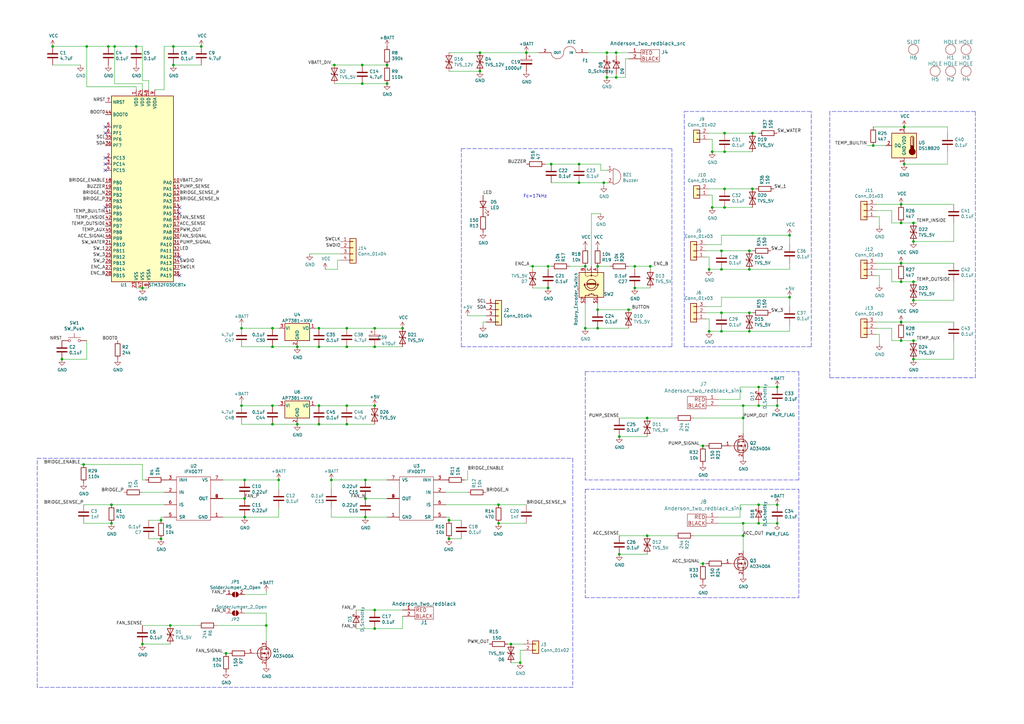
<source format=kicad_sch>
(kicad_sch (version 20211123) (generator eeschema)
  (paper "A3")
  (junction (at 292.1 85.09))
  (junction (at 153.67 166.37))
  (junction (at 99.06 134.62))
  (junction (at 165.1 134.62))
  (junction (at 45.72 214.63))
  (junction (at 204.47 207.01))
  (junction (at 34.29 190.5))
  (junction (at 71.12 26.67))
  (junction (at 35.56 19.05))
  (junction (at 25.4 147.32))
  (junction (at 323.85 121.92))
  (junction (at 304.8 214.63))
  (junction (at 121.92 173.99))
  (junction (at 149.86 212.09))
  (junction (at 66.04 220.98))
  (junction (at 184.15 213.36))
  (junction (at 114.3 196.85))
  (junction (at 237.49 67.31))
  (junction (at 92.71 267.97))
  (junction (at 260.35 109.22))
  (junction (at 311.15 214.63))
  (junction (at 55.88 19.05))
  (junction (at 130.81 134.62))
  (junction (at 307.34 135.89))
  (junction (at 149.86 196.85))
  (junction (at 245.11 109.22))
  (junction (at 196.85 29.21))
  (junction (at 99.06 166.37))
  (junction (at 44.45 19.05))
  (junction (at 82.55 19.05))
  (junction (at 304.8 219.71))
  (junction (at 252.73 21.59))
  (junction (at 374.65 91.44))
  (junction (at 370.84 52.07))
  (junction (at 318.77 158.75))
  (junction (at 100.33 212.09))
  (junction (at 142.24 166.37))
  (junction (at 142.24 134.62))
  (junction (at 374.65 147.32))
  (junction (at 240.03 134.62))
  (junction (at 100.33 204.47))
  (junction (at 254 227.33))
  (junction (at 288.29 231.14))
  (junction (at 308.61 77.47))
  (junction (at 369.57 139.7))
  (junction (at 130.81 173.99))
  (junction (at 297.18 85.09))
  (junction (at 311.15 158.75))
  (junction (at 111.76 134.62))
  (junction (at 213.36 271.78))
  (junction (at 69.85 256.54))
  (junction (at 318.77 214.63))
  (junction (at 369.57 132.08))
  (junction (at 318.77 207.01))
  (junction (at 358.14 59.69))
  (junction (at 247.65 74.93))
  (junction (at 46.99 19.05))
  (junction (at 297.18 54.61))
  (junction (at 224.79 109.22))
  (junction (at 307.34 128.27))
  (junction (at 226.06 67.31))
  (junction (at 323.85 96.52))
  (junction (at 297.18 62.23))
  (junction (at 369.57 91.44))
  (junction (at 311.15 166.37))
  (junction (at 318.77 166.37))
  (junction (at 142.24 142.24))
  (junction (at 130.81 166.37))
  (junction (at 121.92 142.24))
  (junction (at 295.91 128.27))
  (junction (at 290.83 110.49))
  (junction (at 304.8 171.45))
  (junction (at 254 179.07))
  (junction (at 290.83 135.89))
  (junction (at 374.65 99.06))
  (junction (at 149.86 204.47))
  (junction (at 130.81 142.24))
  (junction (at 248.92 21.59))
  (junction (at 21.59 19.05))
  (junction (at 295.91 110.49))
  (junction (at 71.12 19.05))
  (junction (at 224.79 118.11))
  (junction (at 248.92 31.75))
  (junction (at 266.7 109.22))
  (junction (at 308.61 54.61))
  (junction (at 307.34 110.49))
  (junction (at 153.67 250.19))
  (junction (at 209.55 264.16))
  (junction (at 153.67 142.24))
  (junction (at 148.59 26.67))
  (junction (at 288.29 182.88))
  (junction (at 245.11 127))
  (junction (at 111.76 142.24))
  (junction (at 292.1 62.23))
  (junction (at 184.15 220.98))
  (junction (at 257.81 127))
  (junction (at 369.57 115.57))
  (junction (at 295.91 135.89))
  (junction (at 158.75 34.29))
  (junction (at 109.22 256.54))
  (junction (at 311.15 207.01))
  (junction (at 111.76 166.37))
  (junction (at 215.9 21.59))
  (junction (at 304.8 166.37))
  (junction (at 158.75 26.67))
  (junction (at 137.16 26.67))
  (junction (at 100.33 196.85))
  (junction (at 45.72 207.01))
  (junction (at 374.65 123.19))
  (junction (at 260.35 118.11))
  (junction (at 265.43 219.71))
  (junction (at 153.67 257.81))
  (junction (at 369.57 83.82))
  (junction (at 142.24 173.99))
  (junction (at 196.85 21.59))
  (junction (at 245.11 134.62))
  (junction (at 135.89 196.85))
  (junction (at 369.57 107.95))
  (junction (at 252.73 31.75))
  (junction (at 111.76 173.99))
  (junction (at 58.42 264.16))
  (junction (at 374.65 115.57))
  (junction (at 265.43 171.45))
  (junction (at 58.42 118.11))
  (junction (at 295.91 102.87))
  (junction (at 374.65 139.7))
  (junction (at 297.18 77.47))
  (junction (at 307.34 102.87))
  (junction (at 240.03 109.22))
  (junction (at 370.84 67.31))
  (junction (at 237.49 74.93))
  (junction (at 66.04 213.36))
  (junction (at 148.59 34.29))
  (junction (at 204.47 214.63))
  (junction (at 218.44 109.22))
  (junction (at 153.67 134.62))
  (no_connect (at 73.66 85.09))
  (no_connect (at 43.18 64.77))
  (no_connect (at 43.18 52.07))
  (no_connect (at 43.18 85.09))
  (no_connect (at 73.66 113.03))
  (no_connect (at 43.18 54.61))
  (no_connect (at 43.18 69.85))
  (no_connect (at 43.18 67.31))
  (no_connect (at 73.66 87.63))
  (no_connect (at 73.66 105.41))
  (wire (pts (xy 290.83 54.61) (xy 297.18 54.61)))
  (wire (pts (xy 184.15 21.59) (xy 196.85 21.59)))
  (polyline (pts (xy 240.03 245.11) (xy 327.66 245.11)))
  (wire (pts (xy 209.55 264.16) (xy 214.63 264.16)))
  (wire (pts (xy 276.86 171.45) (xy 265.43 171.45)))
  (wire (pts (xy 323.85 96.52) (xy 323.85 100.33)))
  (wire (pts (xy 311.15 166.37) (xy 304.8 166.37)))
  (wire (pts (xy 153.67 134.62) (xy 165.1 134.62)))
  (wire (pts (xy 69.85 256.54) (xy 58.42 256.54)))
  (wire (pts (xy 375.92 115.57) (xy 374.65 115.57)))
  (wire (pts (xy 260.35 109.22) (xy 257.81 109.22)))
  (wire (pts (xy 391.16 139.7) (xy 391.16 147.32)))
  (polyline (pts (xy 240.03 152.4) (xy 327.66 152.4)))
  (wire (pts (xy 100.33 243.84) (xy 109.22 243.84)))
  (wire (pts (xy 284.48 219.71) (xy 304.8 219.71)))
  (wire (pts (xy 133.35 110.49) (xy 138.43 110.49)))
  (wire (pts (xy 266.7 109.22) (xy 267.97 109.22)))
  (wire (pts (xy 323.85 135.89) (xy 323.85 133.35)))
  (wire (pts (xy 365.76 134.62) (xy 365.76 139.7)))
  (wire (pts (xy 114.3 208.28) (xy 114.3 212.09)))
  (wire (pts (xy 240.03 124.46) (xy 240.03 134.62)))
  (polyline (pts (xy 189.23 142.24) (xy 275.59 142.24)))
  (wire (pts (xy 215.9 207.01) (xy 204.47 207.01)))
  (wire (pts (xy 46.99 34.29) (xy 46.99 19.05)))
  (wire (pts (xy 323.85 121.92) (xy 323.85 125.73)))
  (wire (pts (xy 304.8 166.37) (xy 294.64 166.37)))
  (wire (pts (xy 311.15 158.75) (xy 303.53 158.75)))
  (polyline (pts (xy 400.05 154.94) (xy 400.05 45.72)))
  (wire (pts (xy 25.4 147.32) (xy 35.56 147.32)))
  (wire (pts (xy 35.56 35.56) (xy 55.88 35.56)))
  (wire (pts (xy 67.31 207.01) (xy 45.72 207.01)))
  (polyline (pts (xy 400.05 45.72) (xy 340.36 45.72)))
  (wire (pts (xy 55.88 35.56) (xy 55.88 36.83)))
  (wire (pts (xy 358.14 52.07) (xy 370.84 52.07)))
  (wire (pts (xy 213.36 266.7) (xy 214.63 266.7)))
  (wire (pts (xy 374.65 91.44) (xy 375.92 91.44)))
  (wire (pts (xy 276.86 219.71) (xy 265.43 219.71)))
  (wire (pts (xy 142.24 173.99) (xy 153.67 173.99)))
  (wire (pts (xy 304.8 171.45) (xy 304.8 177.8)))
  (wire (pts (xy 165.1 252.73) (xy 165.1 257.81)))
  (wire (pts (xy 60.96 213.36) (xy 66.04 213.36)))
  (wire (pts (xy 359.41 86.36) (xy 365.76 86.36)))
  (wire (pts (xy 248.92 22.86) (xy 248.92 21.59)))
  (wire (pts (xy 323.85 110.49) (xy 323.85 107.95)))
  (wire (pts (xy 311.15 214.63) (xy 304.8 214.63)))
  (wire (pts (xy 294.64 212.09) (xy 303.53 212.09)))
  (wire (pts (xy 109.22 251.46) (xy 109.22 256.54)))
  (wire (pts (xy 191.77 201.93) (xy 182.88 201.93)))
  (wire (pts (xy 158.75 204.47) (xy 149.86 204.47)))
  (wire (pts (xy 99.06 134.62) (xy 111.76 134.62)))
  (polyline (pts (xy 327.66 200.66) (xy 327.66 245.11)))
  (wire (pts (xy 318.77 207.01) (xy 311.15 207.01)))
  (wire (pts (xy 374.65 99.06) (xy 391.16 99.06)))
  (wire (pts (xy 67.31 19.05) (xy 67.31 36.83)))
  (wire (pts (xy 233.68 109.22) (xy 240.03 109.22)))
  (wire (pts (xy 311.15 166.37) (xy 318.77 166.37)))
  (wire (pts (xy 111.76 134.62) (xy 114.3 134.62)))
  (wire (pts (xy 374.65 115.57) (xy 369.57 115.57)))
  (wire (pts (xy 66.04 220.98) (xy 60.96 220.98)))
  (wire (pts (xy 114.3 196.85) (xy 114.3 200.66)))
  (wire (pts (xy 218.44 109.22) (xy 224.79 109.22)))
  (wire (pts (xy 369.57 132.08) (xy 359.41 132.08)))
  (wire (pts (xy 99.06 133.35) (xy 99.06 134.62)))
  (wire (pts (xy 100.33 196.85) (xy 114.3 196.85)))
  (wire (pts (xy 137.16 34.29) (xy 148.59 34.29)))
  (wire (pts (xy 365.76 110.49) (xy 365.76 115.57)))
  (wire (pts (xy 360.68 92.71) (xy 360.68 88.9)))
  (wire (pts (xy 153.67 250.19) (xy 146.05 250.19)))
  (wire (pts (xy 288.29 231.14) (xy 289.56 231.14)))
  (wire (pts (xy 323.85 121.92) (xy 295.91 121.92)))
  (wire (pts (xy 82.55 26.67) (xy 71.12 26.67)))
  (wire (pts (xy 297.18 62.23) (xy 308.61 62.23)))
  (wire (pts (xy 374.65 91.44) (xy 369.57 91.44)))
  (wire (pts (xy 290.83 135.89) (xy 295.91 135.89)))
  (wire (pts (xy 35.56 19.05) (xy 35.56 35.56)))
  (wire (pts (xy 374.65 123.19) (xy 391.16 123.19)))
  (wire (pts (xy 223.52 67.31) (xy 226.06 67.31)))
  (wire (pts (xy 35.56 19.05) (xy 44.45 19.05)))
  (wire (pts (xy 246.38 69.85) (xy 248.92 69.85)))
  (wire (pts (xy 323.85 96.52) (xy 295.91 96.52)))
  (wire (pts (xy 137.16 26.67) (xy 148.59 26.67)))
  (polyline (pts (xy 327.66 152.4) (xy 327.66 196.85)))
  (wire (pts (xy 158.75 196.85) (xy 149.86 196.85)))
  (wire (pts (xy 252.73 21.59) (xy 257.81 21.59)))
  (wire (pts (xy 91.44 267.97) (xy 92.71 267.97)))
  (wire (pts (xy 290.83 130.81) (xy 289.56 130.81)))
  (wire (pts (xy 388.62 67.31) (xy 370.84 67.31)))
  (wire (pts (xy 58.42 118.11) (xy 60.96 118.11)))
  (wire (pts (xy 289.56 102.87) (xy 295.91 102.87)))
  (wire (pts (xy 121.92 173.99) (xy 130.81 173.99)))
  (wire (pts (xy 135.89 212.09) (xy 149.86 212.09)))
  (wire (pts (xy 295.91 96.52) (xy 295.91 100.33)))
  (wire (pts (xy 259.08 127) (xy 257.81 127)))
  (wire (pts (xy 360.68 88.9) (xy 359.41 88.9)))
  (wire (pts (xy 290.83 135.89) (xy 290.83 130.81)))
  (polyline (pts (xy 280.67 142.24) (xy 280.67 45.72)))
  (wire (pts (xy 121.92 142.24) (xy 130.81 142.24)))
  (wire (pts (xy 369.57 107.95) (xy 391.16 107.95)))
  (wire (pts (xy 247.65 74.93) (xy 248.92 74.93)))
  (wire (pts (xy 99.06 173.99) (xy 111.76 173.99)))
  (wire (pts (xy 34.29 190.5) (xy 58.42 190.5)))
  (wire (pts (xy 153.67 142.24) (xy 165.1 142.24)))
  (wire (pts (xy 130.81 173.99) (xy 142.24 173.99)))
  (wire (pts (xy 237.49 74.93) (xy 226.06 74.93)))
  (wire (pts (xy 91.44 212.09) (xy 100.33 212.09)))
  (polyline (pts (xy 332.74 142.24) (xy 332.74 45.72)))
  (wire (pts (xy 226.06 109.22) (xy 224.79 109.22)))
  (wire (pts (xy 308.61 102.87) (xy 307.34 102.87)))
  (wire (pts (xy 391.16 91.44) (xy 391.16 99.06)))
  (wire (pts (xy 44.45 19.05) (xy 46.99 19.05)))
  (wire (pts (xy 21.59 19.05) (xy 35.56 19.05)))
  (wire (pts (xy 35.56 147.32) (xy 35.56 139.7)))
  (wire (pts (xy 304.8 219.71) (xy 304.8 226.06)))
  (wire (pts (xy 129.54 166.37) (xy 130.81 166.37)))
  (wire (pts (xy 58.42 196.85) (xy 59.69 196.85)))
  (polyline (pts (xy 189.23 60.96) (xy 275.59 60.96)))
  (wire (pts (xy 365.76 139.7) (xy 369.57 139.7)))
  (wire (pts (xy 99.06 142.24) (xy 111.76 142.24)))
  (wire (pts (xy 375.92 139.7) (xy 374.65 139.7)))
  (wire (pts (xy 114.3 212.09) (xy 100.33 212.09)))
  (wire (pts (xy 242.57 109.22) (xy 242.57 87.63)))
  (wire (pts (xy 99.06 165.1) (xy 99.06 166.37)))
  (wire (pts (xy 295.91 121.92) (xy 295.91 125.73)))
  (wire (pts (xy 165.1 250.19) (xy 153.67 250.19)))
  (wire (pts (xy 307.34 128.27) (xy 295.91 128.27)))
  (wire (pts (xy 60.96 33.02) (xy 60.96 36.83)))
  (wire (pts (xy 138.43 106.68) (xy 139.7 106.68)))
  (wire (pts (xy 295.91 135.89) (xy 307.34 135.89)))
  (wire (pts (xy 209.55 271.78) (xy 213.36 271.78)))
  (wire (pts (xy 142.24 166.37) (xy 153.67 166.37)))
  (wire (pts (xy 242.57 87.63) (xy 246.38 87.63)))
  (wire (pts (xy 295.91 110.49) (xy 307.34 110.49)))
  (wire (pts (xy 71.12 19.05) (xy 67.31 19.05)))
  (wire (pts (xy 289.56 128.27) (xy 295.91 128.27)))
  (wire (pts (xy 360.68 116.84) (xy 360.68 113.03)))
  (wire (pts (xy 58.42 36.83) (xy 58.42 34.29)))
  (wire (pts (xy 292.1 85.09) (xy 292.1 80.01)))
  (wire (pts (xy 81.28 256.54) (xy 69.85 256.54)))
  (polyline (pts (xy 327.66 196.85) (xy 240.03 196.85)))
  (wire (pts (xy 388.62 62.23) (xy 388.62 67.31)))
  (wire (pts (xy 266.7 118.11) (xy 260.35 118.11)))
  (wire (pts (xy 288.29 182.88) (xy 287.02 182.88)))
  (wire (pts (xy 289.56 182.88) (xy 288.29 182.88)))
  (wire (pts (xy 360.68 137.16) (xy 359.41 137.16)))
  (wire (pts (xy 369.57 107.95) (xy 359.41 107.95)))
  (wire (pts (xy 308.61 54.61) (xy 311.15 54.61)))
  (wire (pts (xy 292.1 62.23) (xy 292.1 57.15)))
  (wire (pts (xy 369.57 132.08) (xy 391.16 132.08)))
  (wire (pts (xy 137.16 26.67) (xy 135.89 26.67)))
  (wire (pts (xy 240.03 134.62) (xy 245.11 134.62)))
  (wire (pts (xy 198.12 133.35) (xy 198.12 132.08)))
  (wire (pts (xy 388.62 52.07) (xy 388.62 54.61)))
  (wire (pts (xy 45.72 214.63) (xy 34.29 214.63)))
  (wire (pts (xy 360.68 140.97) (xy 360.68 137.16)))
  (wire (pts (xy 290.83 110.49) (xy 295.91 110.49)))
  (wire (pts (xy 149.86 212.09) (xy 158.75 212.09)))
  (wire (pts (xy 34.29 207.01) (xy 45.72 207.01)))
  (wire (pts (xy 254 227.33) (xy 265.43 227.33)))
  (wire (pts (xy 370.84 52.07) (xy 388.62 52.07)))
  (wire (pts (xy 307.34 110.49) (xy 323.85 110.49)))
  (wire (pts (xy 196.85 21.59) (xy 215.9 21.59)))
  (wire (pts (xy 369.57 83.82) (xy 359.41 83.82)))
  (wire (pts (xy 303.53 207.01) (xy 303.53 212.09)))
  (wire (pts (xy 257.81 127) (xy 245.11 127)))
  (wire (pts (xy 198.12 132.08) (xy 199.39 132.08)))
  (wire (pts (xy 290.83 77.47) (xy 297.18 77.47)))
  (wire (pts (xy 365.76 115.57) (xy 369.57 115.57)))
  (wire (pts (xy 191.77 129.54) (xy 199.39 129.54)))
  (wire (pts (xy 292.1 57.15) (xy 290.83 57.15)))
  (wire (pts (xy 148.59 26.67) (xy 158.75 26.67)))
  (wire (pts (xy 295.91 125.73) (xy 289.56 125.73)))
  (wire (pts (xy 184.15 213.36) (xy 184.15 212.09)))
  (polyline (pts (xy 240.03 200.66) (xy 327.66 200.66)))
  (wire (pts (xy 290.83 105.41) (xy 289.56 105.41)))
  (wire (pts (xy 292.1 80.01) (xy 290.83 80.01)))
  (wire (pts (xy 374.65 139.7) (xy 369.57 139.7)))
  (wire (pts (xy 304.8 166.37) (xy 304.8 171.45)))
  (wire (pts (xy 224.79 118.11) (xy 218.44 118.11)))
  (wire (pts (xy 58.42 264.16) (xy 69.85 264.16)))
  (wire (pts (xy 58.42 190.5) (xy 58.42 196.85)))
  (wire (pts (xy 111.76 142.24) (xy 121.92 142.24)))
  (wire (pts (xy 284.48 171.45) (xy 304.8 171.45)))
  (wire (pts (xy 309.88 77.47) (xy 308.61 77.47)))
  (wire (pts (xy 226.06 67.31) (xy 237.49 67.31)))
  (wire (pts (xy 92.71 267.97) (xy 93.98 267.97)))
  (wire (pts (xy 88.9 256.54) (xy 109.22 256.54)))
  (wire (pts (xy 297.18 77.47) (xy 308.61 77.47)))
  (polyline (pts (xy 240.03 200.66) (xy 240.03 245.11)))
  (polyline (pts (xy 280.67 142.24) (xy 332.74 142.24)))
  (wire (pts (xy 245.11 127) (xy 245.11 124.46)))
  (wire (pts (xy 252.73 22.86) (xy 252.73 21.59)))
  (wire (pts (xy 91.44 204.47) (xy 100.33 204.47)))
  (wire (pts (xy 365.76 86.36) (xy 365.76 91.44)))
  (wire (pts (xy 58.42 19.05) (xy 58.42 33.02)))
  (wire (pts (xy 58.42 201.93) (xy 67.31 201.93)))
  (polyline (pts (xy 340.36 154.94) (xy 400.05 154.94)))
  (wire (pts (xy 248.92 21.59) (xy 252.73 21.59)))
  (wire (pts (xy 165.1 257.81) (xy 153.67 257.81)))
  (wire (pts (xy 304.8 214.63) (xy 294.64 214.63)))
  (wire (pts (xy 359.41 134.62) (xy 365.76 134.62)))
  (wire (pts (xy 142.24 142.24) (xy 153.67 142.24)))
  (wire (pts (xy 218.44 110.49) (xy 218.44 109.22)))
  (wire (pts (xy 191.77 193.04) (xy 191.77 196.85)))
  (wire (pts (xy 213.36 271.78) (xy 213.36 266.7)))
  (wire (pts (xy 260.35 110.49) (xy 260.35 109.22)))
  (wire (pts (xy 224.79 109.22) (xy 224.79 110.49)))
  (wire (pts (xy 265.43 171.45) (xy 254 171.45)))
  (wire (pts (xy 33.02 190.5) (xy 34.29 190.5)))
  (wire (pts (xy 127 104.14) (xy 139.7 104.14)))
  (wire (pts (xy 308.61 54.61) (xy 297.18 54.61)))
  (wire (pts (xy 311.15 207.01) (xy 303.53 207.01)))
  (wire (pts (xy 184.15 29.21) (xy 196.85 29.21)))
  (wire (pts (xy 311.15 214.63) (xy 318.77 214.63)))
  (wire (pts (xy 260.35 109.22) (xy 266.7 109.22)))
  (polyline (pts (xy 240.03 152.4) (xy 240.03 196.85)))
  (wire (pts (xy 247.65 74.93) (xy 237.49 74.93)))
  (wire (pts (xy 297.18 85.09) (xy 308.61 85.09)))
  (polyline (pts (xy 234.95 187.96) (xy 234.95 281.94)))
  (wire (pts (xy 208.28 264.16) (xy 209.55 264.16)))
  (wire (pts (xy 58.42 34.29) (xy 46.99 34.29)))
  (wire (pts (xy 135.89 200.66) (xy 135.89 196.85)))
  (wire (pts (xy 391.16 115.57) (xy 391.16 123.19)))
  (wire (pts (xy 109.22 251.46) (xy 100.33 251.46)))
  (polyline (pts (xy 15.24 281.94) (xy 15.24 187.96)))
  (wire (pts (xy 304.8 214.63) (xy 304.8 219.71)))
  (wire (pts (xy 184.15 220.98) (xy 189.23 220.98)))
  (wire (pts (xy 146.05 257.81) (xy 153.67 257.81)))
  (wire (pts (xy 130.81 166.37) (xy 142.24 166.37)))
  (wire (pts (xy 111.76 166.37) (xy 114.3 166.37)))
  (wire (pts (xy 358.14 59.69) (xy 363.22 59.69)))
  (wire (pts (xy 250.19 109.22) (xy 245.11 109.22)))
  (wire (pts (xy 360.68 113.03) (xy 359.41 113.03)))
  (wire (pts (xy 307.34 135.89) (xy 323.85 135.89)))
  (wire (pts (xy 142.24 134.62) (xy 153.67 134.62)))
  (wire (pts (xy 355.6 59.69) (xy 358.14 59.69)))
  (wire (pts (xy 257.81 134.62) (xy 245.11 134.62)))
  (wire (pts (xy 82.55 19.05) (xy 71.12 19.05)))
  (wire (pts (xy 130.81 134.62) (xy 142.24 134.62)))
  (wire (pts (xy 21.59 26.67) (xy 33.02 26.67)))
  (wire (pts (xy 109.22 256.54) (xy 109.22 262.89)))
  (wire (pts (xy 182.88 207.01) (xy 204.47 207.01)))
  (wire (pts (xy 359.41 110.49) (xy 365.76 110.49)))
  (wire (pts (xy 294.64 163.83) (xy 303.53 163.83)))
  (wire (pts (xy 66.04 212.09) (xy 67.31 212.09)))
  (wire (pts (xy 99.06 166.37) (xy 111.76 166.37)))
  (wire (pts (xy 256.54 24.13) (xy 257.81 24.13)))
  (wire (pts (xy 91.44 196.85) (xy 100.33 196.85)))
  (wire (pts (xy 318.77 158.75) (xy 311.15 158.75)))
  (wire (pts (xy 148.59 34.29) (xy 158.75 34.29)))
  (polyline (pts (xy 340.36 45.72) (xy 340.36 154.94)))
  (wire (pts (xy 184.15 212.09) (xy 182.88 212.09)))
  (wire (pts (xy 287.02 231.14) (xy 288.29 231.14)))
  (wire (pts (xy 256.54 31.75) (xy 256.54 24.13)))
  (wire (pts (xy 248.92 31.75) (xy 252.73 31.75)))
  (wire (pts (xy 138.43 110.49) (xy 138.43 106.68)))
  (wire (pts (xy 374.65 147.32) (xy 391.16 147.32)))
  (wire (pts (xy 290.83 110.49) (xy 290.83 105.41)))
  (wire (pts (xy 241.3 21.59) (xy 248.92 21.59)))
  (wire (pts (xy 217.17 109.22) (xy 218.44 109.22)))
  (wire (pts (xy 292.1 85.09) (xy 297.18 85.09)))
  (wire (pts (xy 109.22 243.84) (xy 109.22 242.57)))
  (wire (pts (xy 46.99 19.05) (xy 55.88 19.05)))
  (wire (pts (xy 254 179.07) (xy 265.43 179.07)))
  (wire (pts (xy 55.88 19.05) (xy 58.42 19.05)))
  (wire (pts (xy 190.5 196.85) (xy 191.77 196.85)))
  (polyline (pts (xy 15.24 187.96) (xy 234.95 187.96)))
  (wire (pts (xy 307.34 102.87) (xy 295.91 102.87)))
  (wire (pts (xy 303.53 158.75) (xy 303.53 163.83)))
  (wire (pts (xy 292.1 62.23) (xy 297.18 62.23)))
  (wire (pts (xy 369.57 83.82) (xy 391.16 83.82)))
  (wire (pts (xy 246.38 67.31) (xy 246.38 69.85)))
  (polyline (pts (xy 189.23 142.24) (xy 189.23 60.96)))
  (wire (pts (xy 295.91 100.33) (xy 289.56 100.33)))
  (wire (pts (xy 111.76 173.99) (xy 121.92 173.99)))
  (wire (pts (xy 55.88 118.11) (xy 58.42 118.11)))
  (wire (pts (xy 63.5 36.83) (xy 67.31 36.83)))
  (wire (pts (xy 308.61 128.27) (xy 307.34 128.27)))
  (polyline (pts (xy 280.67 45.72) (xy 332.74 45.72)))
  (wire (pts (xy 248.92 31.75) (xy 248.92 30.48)))
  (wire (pts (xy 247.65 76.2) (xy 247.65 74.93)))
  (wire (pts (xy 237.49 67.31) (xy 246.38 67.31)))
  (wire (pts (xy 189.23 213.36) (xy 184.15 213.36)))
  (wire (pts (xy 66.04 213.36) (xy 66.04 212.09)))
  (wire (pts (xy 135.89 196.85) (xy 149.86 196.85)))
  (wire (pts (xy 220.98 21.59) (xy 215.9 21.59)))
  (wire (pts (xy 265.43 219.71) (xy 254 219.71)))
  (wire (pts (xy 129.54 134.62) (xy 130.81 134.62)))
  (polyline (pts (xy 234.95 281.94) (xy 15.24 281.94)))
  (wire (pts (xy 58.42 33.02) (xy 60.96 33.02)))
  (wire (pts (xy 252.73 30.48) (xy 252.73 31.75)))
  (polyline (pts (xy 275.59 142.24) (xy 275.59 60.96)))
  (wire (pts (xy 252.73 31.75) (xy 256.54 31.75)))
  (wire (pts (xy 266.7 110.49) (xy 266.7 109.22)))
  (wire (pts (xy 204.47 214.63) (xy 215.9 214.63)))
  (wire (pts (xy 130.81 142.24) (xy 142.24 142.24)))
  (wire (pts (xy 365.76 91.44) (xy 369.57 91.44)))
  (wire (pts (xy 135.89 208.28) (xy 135.89 212.09)))
  (text "Fc=17kHz" (at 214.63 81.28 0) (effects (font (size 1.27 1.27)) (justify left bottom)))
  (label "TEMP_INSIDE" (at 43.18 90.17 180))
  (label "FAN_SENSE" (at 73.66 90.17 0))
  (label "ACC_OUT" (at 304.8 219.71 0))
  (label "SW_3" (at 43.18 105.41 180))
  (label "PUMP_OUT" (at 304.8 171.45 0))
  (label "ENC_A" (at 43.18 110.49 180))
  (label "VBATT_DIV" (at 73.66 74.93 0))
  (label "BRIDGE_ENABLE" (at 43.18 74.93 180))
  (label "FAN_SIGNAL" (at 91.44 267.97 180))
  (label "BRIDGE_P" (at 50.8 201.93 180))
  (label "BOOT0" (at 48.26 139.7 180))
  (label "VBATT_DIV" (at 135.89 26.67 180))
  (label "TEMP_OUTSIDE" (at 375.92 115.57 0))
  (label "SW_WATER" (at 43.18 100.33 180))
  (label "BRIDGE_ENABLE" (at 191.77 193.04 0))
  (label "TEMP_INSIDE" (at 375.92 91.44 0))
  (label "SW_2" (at 316.23 102.87 0))
  (label "FAN_SIGNAL" (at 73.66 97.79 0))
  (label "FAN_SENSE" (at 58.42 256.54 180))
  (label "BRIDGE_SENSE_N" (at 73.66 82.55 0))
  (label "LED" (at 198.12 80.01 0))
  (label "SWDIO" (at 73.66 107.95 0))
  (label "FAN_P" (at 100.33 204.47 0))
  (label "SCL" (at 43.18 57.15 180))
  (label "BRIDGE_N" (at 43.18 80.01 180))
  (label "FAN_P" (at 92.71 243.84 180))
  (label "ENC_B" (at 267.97 109.22 0))
  (label "SDA" (at 43.18 59.69 180))
  (label "BRIDGE_ENABLE" (at 33.02 190.5 180))
  (label "ACC_SENSE" (at 254 219.71 180))
  (label "ACC_SENSE" (at 73.66 92.71 0))
  (label "SW_2" (at 43.18 107.95 180))
  (label "BUTTON" (at 259.08 127 0))
  (label "FAN_N" (at 146.05 257.81 180))
  (label "ENC_B" (at 43.18 113.03 180))
  (label "ENC_A" (at 217.17 109.22 180))
  (label "FAN_N" (at 92.71 251.46 180))
  (label "SDA" (at 199.39 127 180))
  (label "PWM_OUT" (at 200.66 264.16 180))
  (label "SW_1" (at 43.18 102.87 180))
  (label "PUMP_SENSE" (at 73.66 77.47 0))
  (label "PUMP_SIGNAL" (at 287.02 182.88 180))
  (label "SWCLK" (at 73.66 110.49 0))
  (label "ACC_SIGNAL" (at 287.02 231.14 180))
  (label "SWCLK" (at 139.7 99.06 180))
  (label "BRIDGE_SENSE_P" (at 34.29 207.01 180))
  (label "ACC_SIGNAL" (at 43.18 97.79 180))
  (label "FAN_P" (at 146.05 250.19 180))
  (label "FAN_N" (at 149.86 204.47 180))
  (label "SW_WATER" (at 318.77 54.61 0))
  (label "BRIDGE_N" (at 199.39 201.93 0))
  (label "TEMP_AUX" (at 375.92 139.7 0))
  (label "TEMP_AUX" (at 43.18 95.25 180))
  (label "BRIDGE_P" (at 43.18 82.55 180))
  (label "BUZZER" (at 215.9 67.31 180))
  (label "NRST" (at 25.4 139.7 180))
  (label "SW_1" (at 317.5 77.47 0))
  (label "TEMP_BUILTIN" (at 355.6 59.69 180))
  (label "LED" (at 73.66 102.87 0))
  (label "PUMP_SENSE" (at 254 171.45 180))
  (label "SWDIO" (at 139.7 101.6 180))
  (label "NRST" (at 43.18 41.91 180))
  (label "TEMP_BUILTIN" (at 43.18 87.63 180))
  (label "BOOT0" (at 43.18 46.99 180))
  (label "BUZZER" (at 43.18 77.47 180))
  (label "PWM_OUT" (at 73.66 95.25 0))
  (label "BRIDGE_SENSE_P" (at 73.66 80.01 0))
  (label "SW_3" (at 316.23 128.27 0))
  (label "SCL" (at 199.39 124.46 180))
  (label "BRIDGE_SENSE_N" (at 215.9 207.01 0))
  (label "TEMP_OUTSIDE" (at 43.18 92.71 180))
  (label "PUMP_SIGNAL" (at 73.66 100.33 0))
  (symbol (lib_id "hvac-v2-rescue:Anderson_two_redblack") (at 173.99 251.46 0) (unit 1)
    (property "Reference" "J1" (at 173.99 255.27 0) (effects (font (size 1.524 1.524))))
    (property "Value" "Anderson_two_redblack" (at 173.99 247.65 0) (effects (font (size 1.524 1.524))))
    (property "Footprint" "Homebrew:Anderson_1336G1_right_angle_bottom_two" (effects hide))
  )
  (symbol (lib_id "power:+BATT") (at 215.9 21.59 0) (unit 1)
    (property "Reference" "#PWR026" (effects hide))
    (property "Value" "+BATT" (at 215.9 18.034 0))
  )
  (symbol (lib_id "power:GND") (at 248.92 31.75 0) (unit 1)
    (property "Reference" "#PWR034" (effects hide))
    (property "Value" "GND" (at 248.92 35.56 0))
  )
  (symbol (lib_id "hvac-v2-rescue:POWER_FUSE") (at 231.14 21.59 180) (unit 1)
    (property "Reference" "F1" (at 241.3 24.13 0) (effects (justify left bottom)))
    (property "Value" "ATC" (at 236.22 16.51 0) (effects (justify left bottom)))
    (property "Footprint" "Homebrew:FUSE_3550-2" (effects hide))
    (property "MPN" "3550-2" (effects hide))
  )
  (symbol (lib_id "hvac-v2-rescue:HOLE") (at 389.89 20.32 0) (unit 1)
    (property "Reference" "H1" (at 389.89 23.622 0) (effects (font (size 1.524 1.524))))
    (property "Value" "HOLE" (at 389.89 17.272 0) (effects (font (size 1.524 1.524))))
    (property "Footprint" "Homebrew:HOLE_M4" (effects hide))
  )
  (symbol (lib_id "hvac-v2-rescue:HOLE") (at 396.24 20.32 0) (unit 1)
    (property "Reference" "H3" (at 396.24 23.622 0) (effects (font (size 1.524 1.524))))
    (property "Value" "HOLE" (at 396.24 17.272 0) (effects (font (size 1.524 1.524))))
    (property "Footprint" "Homebrew:HOLE_M4" (effects hide))
  )
  (symbol (lib_id "hvac-v2-rescue:HOLE") (at 389.89 29.21 0) (unit 1)
    (property "Reference" "H2" (at 389.89 32.512 0) (effects (font (size 1.524 1.524))))
    (property "Value" "HOLE" (at 389.89 26.162 0) (effects (font (size 1.524 1.524))))
    (property "Footprint" "Homebrew:HOLE_M4" (effects hide))
  )
  (symbol (lib_id "hvac-v2-rescue:HOLE") (at 396.24 29.21 0) (unit 1)
    (property "Reference" "H4" (at 396.24 32.512 0) (effects (font (size 1.524 1.524))))
    (property "Value" "HOLE" (at 396.24 26.162 0) (effects (font (size 1.524 1.524))))
    (property "Footprint" "Homebrew:HOLE_M4" (effects hide))
  )
  (symbol (lib_id "MCU_ST_STM32F0:STM32F030C8Tx") (at 58.42 77.47 0) (unit 1)
    (property "Reference" "U1" (at 50.8 116.84 0))
    (property "Value" "STM32F030C8Tx" (at 68.58 116.84 0))
    (property "Footprint" "Package_QFP:LQFP-48_7x7mm_P0.5mm" (effects hide))
    (property "Datasheet" "http://www.st.com/st-web-ui/static/active/en/resource/technical/document/datasheet/DM00088500.pdf" (effects hide))
    (property "LCSC" "C23922" (effects hide))
  )
  (symbol (lib_id "Device:C") (at 71.12 22.86 0) (unit 1)
    (property "Reference" "C8" (at 74.041 21.6916 0) (effects (justify left)))
    (property "Value" "0.1uF" (at 74.041 24.003 0) (effects (justify left)))
    (property "Footprint" "Capacitor_SMD:C_0402_1005Metric" (effects hide))
    (property "LCSC" "C307331" (effects hide))
  )
  (symbol (lib_id "Device:C") (at 82.55 22.86 0) (unit 1)
    (property "Reference" "C9" (at 85.471 21.6916 0) (effects (justify left)))
    (property "Value" "4.7uF" (at 85.471 24.003 0) (effects (justify left)))
    (property "Footprint" "Capacitor_SMD:C_0603_1608Metric" (effects hide))
    (property "LCSC" "C19666" (effects hide))
  )
  (symbol (lib_id "power:GND") (at 71.12 26.67 0) (unit 1)
    (property "Reference" "#PWR011" (effects hide))
    (property "Value" "GND" (at 71.247 31.0642 0))
  )
  (symbol (lib_id "Device:C") (at 21.59 22.86 0) (unit 1)
    (property "Reference" "C1" (at 24.511 21.6916 0) (effects (justify left)))
    (property "Value" "4.7uF" (at 24.511 24.003 0) (effects (justify left)))
    (property "Footprint" "Capacitor_SMD:C_0603_1608Metric" (effects hide))
    (property "LCSC" "C19666" (effects hide))
  )
  (symbol (lib_id "Device:C") (at 44.45 22.86 0) (unit 1)
    (property "Reference" "C4" (at 47.371 21.6916 0) (effects (justify left)))
    (property "Value" "0.1uF" (at 47.371 24.003 0) (effects (justify left)))
    (property "Footprint" "Capacitor_SMD:C_0402_1005Metric" (effects hide))
    (property "LCSC" "C307331" (effects hide))
  )
  (symbol (lib_id "Device:C") (at 55.88 22.86 0) (unit 1)
    (property "Reference" "C5" (at 58.801 21.6916 0) (effects (justify left)))
    (property "Value" "0.1uF" (at 58.801 24.003 0) (effects (justify left)))
    (property "Footprint" "Capacitor_SMD:C_0402_1005Metric" (effects hide))
    (property "LCSC" "C307331" (effects hide))
  )
  (symbol (lib_id "Device:C") (at 25.4 143.51 0) (unit 1)
    (property "Reference" "C2" (at 28.321 142.3416 0) (effects (justify left)))
    (property "Value" "0.1uF" (at 28.321 144.653 0) (effects (justify left)))
    (property "Footprint" "Capacitor_SMD:C_0402_1005Metric" (effects hide))
    (property "LCSC" "C307331" (effects hide))
  )
  (symbol (lib_id "power:GND") (at 304.8 187.96 0) (unit 1)
    (property "Reference" "#PWR043" (effects hide))
    (property "Value" "GND" (at 304.927 192.3542 0))
  )
  (symbol (lib_id "power:GND") (at 55.88 26.67 0) (unit 1)
    (property "Reference" "#PWR07" (effects hide))
    (property "Value" "GND" (at 56.007 31.0642 0))
  )
  (symbol (lib_id "power:GND") (at 44.45 26.67 0) (unit 1)
    (property "Reference" "#PWR04" (effects hide))
    (property "Value" "GND" (at 44.577 31.0642 0))
  )
  (symbol (lib_id "power:GND") (at 33.02 26.67 0) (unit 1)
    (property "Reference" "#PWR03" (effects hide))
    (property "Value" "GND" (at 33.147 31.0642 0))
  )
  (symbol (lib_id "power:VCC") (at 82.55 19.05 0) (unit 1)
    (property "Reference" "#PWR012" (effects hide))
    (property "Value" "VCC" (at 82.931 14.6558 0))
  )
  (symbol (lib_id "power:VCC") (at 21.59 19.05 0) (unit 1)
    (property "Reference" "#PWR01" (effects hide))
    (property "Value" "VCC" (at 21.971 14.6558 0))
  )
  (symbol (lib_id "Transistor_FET:AO3400A") (at 302.26 182.88 0) (unit 1)
    (property "Reference" "Q2" (at 307.467 181.7116 0) (effects (justify left)))
    (property "Value" "AO3400A" (at 307.467 184.023 0) (effects (justify left)))
    (property "Footprint" "Package_TO_SOT_SMD:SOT-23" (effects hide))
    (property "Datasheet" "http://www.aosmd.com/pdfs/datasheet/AO3400A.pdf" (effects hide))
    (property "LCSC" "C20917" (effects hide))
  )
  (symbol (lib_id "Connector_Generic:Conn_01x04") (at 204.47 127 0) (unit 1)
    (property "Reference" "J2" (at 206.502 127.2032 0) (effects (justify left)))
    (property "Value" "Conn_01x04" (at 206.502 129.5146 0) (effects (justify left)))
    (property "Footprint" "Connector_PinHeader_2.54mm:PinHeader_1x04_P2.54mm_Horizontal" (effects hide))
  )
  (symbol (lib_id "power:GND") (at 198.12 133.35 0) (unit 1)
    (property "Reference" "#PWR023" (effects hide))
    (property "Value" "GND" (at 198.247 137.7442 0))
  )
  (symbol (lib_id "power:GND") (at 58.42 118.11 0) (unit 1)
    (property "Reference" "#PWR08" (effects hide))
    (property "Value" "GND" (at 58.547 122.5042 0))
  )
  (symbol (lib_id "Device:R") (at 293.37 182.88 270) (unit 1)
    (property "Reference" "R23" (at 294.5384 184.658 0) (effects (justify left)))
    (property "Value" "150" (at 292.227 184.658 0) (effects (justify left)))
    (property "Footprint" "Resistor_SMD:R_0603_1608Metric" (effects hide))
    (property "LCSC" "C22808" (effects hide))
  )
  (symbol (lib_id "Switch:SW_Push") (at 30.48 139.7 0) (unit 1)
    (property "Reference" "SW1" (at 30.48 132.461 0))
    (property "Value" "SW_Push" (at 30.48 134.7724 0))
    (property "Footprint" "Homebrew:SW_TACTILE_5.1MM_TS-1187A-C-D-B" (effects hide))
    (property "LCSC" "C318884" (effects hide))
  )
  (symbol (lib_id "Device:D_Schottky") (at 311.15 162.56 90) (mirror x) (unit 1)
    (property "Reference" "D17" (at 308.61 162.56 0))
    (property "Value" "D_Schottky" (at 313.69 162.56 0))
    (property "Footprint" "Diode_THT:D_DO-201AD_P12.70mm_Horizontal" (effects hide))
    (property "MPN" "SB10150TA" (effects hide))
  )
  (symbol (lib_id "power:GND") (at 25.4 147.32 0) (unit 1)
    (property "Reference" "#PWR02" (effects hide))
    (property "Value" "GND" (at 25.527 151.7142 0))
  )
  (symbol (lib_id "Device:R") (at 186.69 196.85 90) (unit 1)
    (property "Reference" "R11" (at 185.5216 195.072 0) (effects (justify left)))
    (property "Value" "10k" (at 187.833 195.072 0) (effects (justify left)))
    (property "Footprint" "Resistor_SMD:R_0603_1608Metric" (effects hide))
    (property "LCSC" "C25804" (effects hide))
  )
  (symbol (lib_id "Device:R") (at 195.58 201.93 90) (unit 1)
    (property "Reference" "R12" (at 194.4116 200.152 0) (effects (justify left)))
    (property "Value" "10k" (at 196.723 200.152 0) (effects (justify left)))
    (property "Footprint" "Resistor_SMD:R_0603_1608Metric" (effects hide))
    (property "LCSC" "C25804" (effects hide))
  )
  (symbol (lib_id "Device:C_Polarized") (at 215.9 25.4 0) (mirror y) (unit 1)
    (property "Reference" "C19" (at 209.55 25.4 0) (effects (justify right)))
    (property "Value" "1000uF" (at 207.01 27.94 0) (effects (justify right)))
    (property "Footprint" "Capacitor_THT:CP_Radial_D10.0mm_P5.00mm" (effects hide))
    (property "MPN" "25PK1000MEFC10X16" (effects hide))
  )
  (symbol (lib_id "Device:R") (at 48.26 143.51 0) (unit 1)
    (property "Reference" "R2" (at 50.038 142.3416 0) (effects (justify left)))
    (property "Value" "24k" (at 50.038 144.653 0) (effects (justify left)))
    (property "Footprint" "Resistor_SMD:R_0603_1608Metric" (effects hide))
    (property "LCSC" "C23352" (effects hide))
  )
  (symbol (lib_id "power:GND") (at 48.26 147.32 0) (unit 1)
    (property "Reference" "#PWR06" (effects hide))
    (property "Value" "GND" (at 48.387 151.7142 0))
  )
  (symbol (lib_id "power:GND") (at 215.9 29.21 0) (unit 1)
    (property "Reference" "#PWR027" (effects hide))
    (property "Value" "GND" (at 216.027 33.6042 0))
  )
  (symbol (lib_id "Device:C") (at 135.89 204.47 180) (unit 1)
    (property "Reference" "C13" (at 132.969 205.6384 0) (effects (justify left)))
    (property "Value" "0.1uF" (at 132.969 203.327 0) (effects (justify left)))
    (property "Footprint" "Capacitor_SMD:C_0402_1005Metric" (effects hide))
    (property "LCSC" "C307331" (effects hide))
  )
  (symbol (lib_id "Device:R") (at 158.75 30.48 0) (unit 1)
    (property "Reference" "R9" (at 160.528 29.3116 0) (effects (justify left)))
    (property "Value" "110k" (at 160.528 31.623 0) (effects (justify left)))
    (property "Footprint" "Resistor_SMD:R_0603_1608Metric" (effects hide))
    (property "LCSC" "C25805" (effects hide))
  )
  (symbol (lib_id "Device:C") (at 114.3 204.47 0) (unit 1)
    (property "Reference" "C12" (at 117.221 203.3016 0) (effects (justify left)))
    (property "Value" "0.1uF" (at 117.221 205.613 0) (effects (justify left)))
    (property "Footprint" "Capacitor_SMD:C_0402_1005Metric" (effects hide))
    (property "LCSC" "C307331" (effects hide))
  )
  (symbol (lib_id "Device:R") (at 158.75 22.86 0) (unit 1)
    (property "Reference" "R8" (at 160.528 21.6916 0) (effects (justify left)))
    (property "Value" "390k" (at 160.528 24.003 0) (effects (justify left)))
    (property "Footprint" "Resistor_SMD:R_0603_1608Metric" (effects hide))
    (property "LCSC" "C23150" (effects hide))
  )
  (symbol (lib_id "power:+BATT") (at 158.75 19.05 0) (unit 1)
    (property "Reference" "#PWR017" (effects hide))
    (property "Value" "+BATT" (at 158.75 15.494 0))
  )
  (symbol (lib_id "Device:C") (at 100.33 200.66 0) (unit 1)
    (property "Reference" "C10" (at 103.251 199.4916 0) (effects (justify left)))
    (property "Value" "0.22uF" (at 103.251 201.803 0) (effects (justify left)))
    (property "Footprint" "Capacitor_SMD:C_0805_2012Metric" (effects hide))
    (property "LCSC" "C5378" (effects hide))
  )
  (symbol (lib_id "Device:C") (at 100.33 208.28 0) (unit 1)
    (property "Reference" "C11" (at 103.251 207.1116 0) (effects (justify left)))
    (property "Value" "0.22uF" (at 103.251 209.423 0) (effects (justify left)))
    (property "Footprint" "Capacitor_SMD:C_0805_2012Metric" (effects hide))
    (property "LCSC" "C5378" (effects hide))
  )
  (symbol (lib_id "power:+BATT") (at 318.77 158.75 0) (unit 1)
    (property "Reference" "#PWR046" (effects hide))
    (property "Value" "+BATT" (at 318.77 155.194 0))
  )
  (symbol (lib_id "power:GND") (at 158.75 34.29 0) (unit 1)
    (property "Reference" "#PWR018" (effects hide))
    (property "Value" "GND" (at 158.877 38.6842 0))
  )
  (symbol (lib_id "Device:C") (at 148.59 30.48 0) (unit 1)
    (property "Reference" "C14" (at 151.511 29.3116 0) (effects (justify left)))
    (property "Value" "4.7uF" (at 151.511 31.623 0) (effects (justify left)))
    (property "Footprint" "Capacitor_SMD:C_0603_1608Metric" (effects hide))
    (property "LCSC" "C19666" (effects hide))
  )
  (symbol (lib_id "Device:C") (at 149.86 200.66 180) (unit 1)
    (property "Reference" "C15" (at 146.939 201.8284 0) (effects (justify left)))
    (property "Value" "0.22uF" (at 146.939 199.517 0) (effects (justify left)))
    (property "Footprint" "Capacitor_SMD:C_0805_2012Metric" (effects hide))
    (property "LCSC" "C5378" (effects hide))
  )
  (symbol (lib_id "Device:C") (at 149.86 208.28 180) (unit 1)
    (property "Reference" "C16" (at 146.939 209.4484 0) (effects (justify left)))
    (property "Value" "0.22uF" (at 146.939 207.137 0) (effects (justify left)))
    (property "Footprint" "Capacitor_SMD:C_0805_2012Metric" (effects hide))
    (property "LCSC" "C5378" (effects hide))
  )
  (symbol (lib_id "Device:D_TVS") (at 137.16 30.48 270) (unit 1)
    (property "Reference" "D2" (at 139.192 29.3116 90) (effects (justify left)))
    (property "Value" "TVS_5V" (at 139.192 31.623 90) (effects (justify left)))
    (property "Footprint" "Diode_SMD:D_SOD-323" (effects hide))
    (property "LCSC" "C182013" (effects hide))
  )
  (symbol (lib_id "Device:D_TVS") (at 196.85 25.4 270) (unit 1)
    (property "Reference" "D4" (at 198.882 24.2316 90) (effects (justify left)))
    (property "Value" "TVS_12V" (at 198.882 26.543 90) (effects (justify left)))
    (property "Footprint" "Diode_SMD:D_SMB_Handsoldering" (effects hide))
    (property "MPN" "SMBJ16CA" (effects hide))
  )
  (symbol (lib_id "power:GND") (at 196.85 29.21 0) (unit 1)
    (property "Reference" "#PWR021" (effects hide))
    (property "Value" "GND" (at 196.85 33.02 0))
  )
  (symbol (lib_id "Device:R") (at 288.29 186.69 0) (mirror y) (unit 1)
    (property "Reference" "R32" (at 286.512 185.5216 0) (effects (justify left)))
    (property "Value" "10k" (at 286.512 187.833 0) (effects (justify left)))
    (property "Footprint" "Resistor_SMD:R_0603_1608Metric" (effects hide))
    (property "LCSC" "C25804" (effects hide))
  )
  (symbol (lib_id "Device:C") (at 318.77 162.56 0) (unit 1)
    (property "Reference" "C33" (at 321.691 161.3916 0) (effects (justify left)))
    (property "Value" "0.1uF" (at 321.691 163.703 0) (effects (justify left)))
    (property "Footprint" "Capacitor_SMD:C_0402_1005Metric" (effects hide))
    (property "LCSC" "C307331" (effects hide))
  )
  (symbol (lib_id "hvac-v2-rescue:HOLE") (at 374.65 20.32 0) (unit 1)
    (property "Reference" "H6" (at 374.65 23.622 0) (effects (font (size 1.524 1.524))))
    (property "Value" "SLOT" (at 374.65 17.272 0) (effects (font (size 1.524 1.524))))
    (property "Footprint" "Homebrew:SLOT_W2mm_H8mm" (effects hide))
  )
  (symbol (lib_id "power:GND") (at 100.33 212.09 0) (unit 1)
    (property "Reference" "#PWR013" (effects hide))
    (property "Value" "GND" (at 100.457 216.4842 0))
  )
  (symbol (lib_id "power:GND") (at 149.86 212.09 0) (unit 1)
    (property "Reference" "#PWR016" (effects hide))
    (property "Value" "GND" (at 149.987 216.4842 0))
  )
  (symbol (lib_id "Device:R") (at 45.72 210.82 0) (unit 1)
    (property "Reference" "R1" (at 47.498 209.6516 0) (effects (justify left)))
    (property "Value" "470" (at 47.498 211.963 0) (effects (justify left)))
    (property "Footprint" "Resistor_SMD:R_0603_1608Metric" (effects hide))
    (property "LCSC" "C23179" (effects hide))
  )
  (symbol (lib_id "power:GND") (at 288.29 190.5 0) (unit 1)
    (property "Reference" "#PWR0106" (effects hide))
    (property "Value" "GND" (at 288.417 194.8942 0))
  )
  (symbol (lib_id "power:GND") (at 45.72 214.63 0) (unit 1)
    (property "Reference" "#PWR05" (effects hide))
    (property "Value" "GND" (at 45.847 219.0242 0))
  )
  (symbol (lib_id "Device:C") (at 34.29 210.82 0) (unit 1)
    (property "Reference" "C3" (at 37.211 209.6516 0) (effects (justify left)))
    (property "Value" "1nF" (at 37.211 211.963 0) (effects (justify left)))
    (property "Footprint" "Capacitor_SMD:C_0402_1005Metric" (effects hide))
    (property "LCSC" "C1523" (effects hide))
  )
  (symbol (lib_id "Device:R") (at 66.04 217.17 0) (unit 1)
    (property "Reference" "R5" (at 67.818 216.0016 0) (effects (justify left)))
    (property "Value" "10k" (at 67.818 218.313 0) (effects (justify left)))
    (property "Footprint" "Resistor_SMD:R_0603_1608Metric" (effects hide))
    (property "LCSC" "C25804" (effects hide))
  )
  (symbol (lib_id "power:GND") (at 66.04 220.98 0) (unit 1)
    (property "Reference" "#PWR010" (effects hide))
    (property "Value" "GND" (at 66.167 225.3742 0))
  )
  (symbol (lib_id "Device:R") (at 288.29 234.95 0) (mirror y) (unit 1)
    (property "Reference" "R33" (at 286.512 233.7816 0) (effects (justify left)))
    (property "Value" "10k" (at 286.512 236.093 0) (effects (justify left)))
    (property "Footprint" "Resistor_SMD:R_0603_1608Metric" (effects hide))
    (property "LCSC" "C25804" (effects hide))
  )
  (symbol (lib_id "Device:R") (at 204.47 210.82 0) (mirror y) (unit 1)
    (property "Reference" "R14" (at 202.692 209.6516 0) (effects (justify left)))
    (property "Value" "470" (at 202.692 211.963 0) (effects (justify left)))
    (property "Footprint" "Resistor_SMD:R_0603_1608Metric" (effects hide))
    (property "LCSC" "C23179" (effects hide))
  )
  (symbol (lib_id "power:GND") (at 204.47 214.63 0) (mirror y) (unit 1)
    (property "Reference" "#PWR024" (effects hide))
    (property "Value" "GND" (at 204.343 219.0242 0))
  )
  (symbol (lib_id "Device:C") (at 215.9 210.82 0) (mirror y) (unit 1)
    (property "Reference" "C20" (at 212.979 209.6516 0) (effects (justify left)))
    (property "Value" "1nF" (at 212.979 211.963 0) (effects (justify left)))
    (property "Footprint" "Capacitor_SMD:C_0402_1005Metric" (effects hide))
    (property "LCSC" "C1523" (effects hide))
  )
  (symbol (lib_id "Device:R") (at 184.15 217.17 0) (mirror y) (unit 1)
    (property "Reference" "R10" (at 182.372 216.0016 0) (effects (justify left)))
    (property "Value" "10k" (at 182.372 218.313 0) (effects (justify left)))
    (property "Footprint" "Resistor_SMD:R_0603_1608Metric" (effects hide))
    (property "LCSC" "C25804" (effects hide))
  )
  (symbol (lib_id "power:GND") (at 184.15 220.98 0) (mirror y) (unit 1)
    (property "Reference" "#PWR019" (effects hide))
    (property "Value" "GND" (at 184.023 225.3742 0))
  )
  (symbol (lib_id "Device:C") (at 60.96 217.17 180) (unit 1)
    (property "Reference" "C7" (at 58.039 218.3384 0) (effects (justify left)))
    (property "Value" "0.1uF" (at 58.039 216.027 0) (effects (justify left)))
    (property "Footprint" "Capacitor_SMD:C_0402_1005Metric" (effects hide))
    (property "LCSC" "C307331" (effects hide))
  )
  (symbol (lib_id "power:GND") (at 288.29 238.76 0) (unit 1)
    (property "Reference" "#PWR0107" (effects hide))
    (property "Value" "GND" (at 288.417 243.1542 0))
  )
  (symbol (lib_id "Device:D_TVS") (at 265.43 175.26 270) (unit 1)
    (property "Reference" "D11" (at 267.462 174.0916 90) (effects (justify left)))
    (property "Value" "TVS_5V" (at 267.462 176.403 90) (effects (justify left)))
    (property "Footprint" "Diode_SMD:D_SOD-323" (effects hide))
    (property "LCSC" "C182013" (effects hide))
  )
  (symbol (lib_id "Device:C") (at 189.23 217.17 0) (unit 1)
    (property "Reference" "C18" (at 192.151 216.0016 0) (effects (justify left)))
    (property "Value" "0.1uF" (at 192.151 218.313 0) (effects (justify left)))
    (property "Footprint" "Capacitor_SMD:C_0402_1005Metric" (effects hide))
    (property "LCSC" "C307331" (effects hide))
  )
  (symbol (lib_id "Device:C") (at 254 175.26 0) (unit 1)
    (property "Reference" "C25" (at 256.921 174.0916 0) (effects (justify left)))
    (property "Value" "0.1uF" (at 256.921 176.403 0) (effects (justify left)))
    (property "Footprint" "Capacitor_SMD:C_0402_1005Metric" (effects hide))
    (property "LCSC" "C307331" (effects hide))
  )
  (symbol (lib_id "Device:R") (at 92.71 271.78 0) (mirror y) (unit 1)
    (property "Reference" "R30" (at 90.932 270.6116 0) (effects (justify left)))
    (property "Value" "10k" (at 90.932 272.923 0) (effects (justify left)))
    (property "Footprint" "Resistor_SMD:R_0603_1608Metric" (effects hide))
    (property "LCSC" "C25804" (effects hide))
  )
  (symbol (lib_id "power:GND") (at 254 179.07 0) (unit 1)
    (property "Reference" "#PWR035" (effects hide))
    (property "Value" "GND" (at 254.127 183.4642 0))
  )
  (symbol (lib_id "Device:R") (at 280.67 171.45 270) (unit 1)
    (property "Reference" "R21" (at 281.8384 173.228 0) (effects (justify left)))
    (property "Value" "24k" (at 279.527 173.228 0) (effects (justify left)))
    (property "Footprint" "Resistor_SMD:R_0603_1608Metric" (effects hide))
    (property "LCSC" "C23352" (effects hide))
  )
  (symbol (lib_id "Device:D_Schottky") (at 248.92 26.67 90) (mirror x) (unit 1)
    (property "Reference" "D8" (at 246.38 26.67 0))
    (property "Value" "D_Schottky" (effects hide))
    (property "Footprint" "Diode_THT:D_DO-201AD_P12.70mm_Horizontal" (effects hide))
    (property "MPN" "SB10150TA" (effects hide))
  )
  (symbol (lib_id "Homebrew:IFX007T") (at 80.01 203.2 0) (unit 1)
    (property "Reference" "U2" (at 79.375 191.135 0))
    (property "Value" "IFX007T" (at 79.375 193.4464 0))
    (property "Footprint" "Package_TO_SOT_SMD:TO-263-7_TabPin8" (effects hide))
    (property "Datasheet" "https://media.digikey.com/pdf/Data%20Sheets/Infineon%20PDFs/IFX007T_Rev1.0_2018-02-21.pdf" (effects hide))
    (property "MPN" "IFX007T" (effects hide))
  )
  (symbol (lib_id "power:GND") (at 92.71 275.59 0) (unit 1)
    (property "Reference" "#PWR0108" (effects hide))
    (property "Value" "GND" (at 92.837 279.9842 0))
  )
  (symbol (lib_id "Homebrew:IFX007T") (at 170.18 203.2 0) (mirror y) (unit 1)
    (property "Reference" "U3" (at 170.815 191.135 0))
    (property "Value" "IFX007T" (at 170.815 193.4464 0))
    (property "Footprint" "Package_TO_SOT_SMD:TO-263-7_TabPin8" (effects hide))
    (property "MPN" "IFX007T" (effects hide))
  )
  (symbol (lib_id "Device:R") (at 63.5 196.85 90) (unit 1)
    (property "Reference" "R4" (at 62.3316 195.072 0) (effects (justify left)))
    (property "Value" "10k" (at 64.643 195.072 0) (effects (justify left)))
    (property "Footprint" "Resistor_SMD:R_0603_1608Metric" (effects hide))
    (property "LCSC" "C25804" (effects hide))
  )
  (symbol (lib_id "Device:R") (at 54.61 201.93 90) (unit 1)
    (property "Reference" "R3" (at 53.4416 200.152 0) (effects (justify left)))
    (property "Value" "10k" (at 55.753 200.152 0) (effects (justify left)))
    (property "Footprint" "Resistor_SMD:R_0603_1608Metric" (effects hide))
    (property "LCSC" "C25804" (effects hide))
  )
  (symbol (lib_id "Device:R") (at 34.29 194.31 0) (unit 1)
    (property "Reference" "R29" (at 36.068 193.1416 0) (effects (justify left)))
    (property "Value" "110k" (at 36.068 195.453 0) (effects (justify left)))
    (property "Footprint" "Resistor_SMD:R_0603_1608Metric" (effects hide))
    (property "LCSC" "C25805" (effects hide))
  )
  (symbol (lib_id "power:GND") (at 109.22 273.05 0) (unit 1)
    (property "Reference" "#PWR015" (effects hide))
    (property "Value" "GND" (at 109.347 277.4442 0))
  )
  (symbol (lib_id "Transistor_FET:AO3400A") (at 106.68 267.97 0) (unit 1)
    (property "Reference" "Q1" (at 111.887 266.8016 0) (effects (justify left)))
    (property "Value" "AO3400A" (at 111.887 269.113 0) (effects (justify left)))
    (property "Footprint" "Package_TO_SOT_SMD:SOT-23" (effects hide))
    (property "Datasheet" "http://www.aosmd.com/pdfs/datasheet/AO3400A.pdf" (effects hide))
    (property "LCSC" "C20917" (effects hide))
  )
  (symbol (lib_id "Device:R") (at 97.79 267.97 270) (unit 1)
    (property "Reference" "R7" (at 98.9584 269.748 0) (effects (justify left)))
    (property "Value" "150" (at 96.647 269.748 0) (effects (justify left)))
    (property "Footprint" "Resistor_SMD:R_0603_1608Metric" (effects hide))
    (property "LCSC" "C22808" (effects hide))
  )
  (symbol (lib_id "Device:D_Schottky") (at 146.05 254 90) (mirror x) (unit 1)
    (property "Reference" "D3" (at 143.51 254 0))
    (property "Value" "D_Schottky" (at 148.59 254 0))
    (property "Footprint" "Diode_THT:D_DO-201AD_P12.70mm_Horizontal" (effects hide))
    (property "MPN" "SB10150TA" (effects hide))
  )
  (symbol (lib_id "power:+BATT") (at 109.22 242.57 0) (unit 1)
    (property "Reference" "#PWR014" (effects hide))
    (property "Value" "+BATT" (at 109.22 239.014 0))
  )
  (symbol (lib_id "Device:C") (at 153.67 254 0) (unit 1)
    (property "Reference" "C17" (at 156.591 252.8316 0) (effects (justify left)))
    (property "Value" "0.1uF" (at 156.591 255.143 0) (effects (justify left)))
    (property "Footprint" "Capacitor_SMD:C_0402_1005Metric" (effects hide))
    (property "LCSC" "C307331" (effects hide))
  )
  (symbol (lib_id "Device:D_TVS") (at 69.85 260.35 270) (unit 1)
    (property "Reference" "D1" (at 71.882 259.1816 90) (effects (justify left)))
    (property "Value" "TVS_5V" (at 71.882 261.493 90) (effects (justify left)))
    (property "Footprint" "Diode_SMD:D_SOD-323" (effects hide))
    (property "LCSC" "C182013" (effects hide))
  )
  (symbol (lib_id "Device:C") (at 58.42 260.35 0) (unit 1)
    (property "Reference" "C6" (at 61.341 259.1816 0) (effects (justify left)))
    (property "Value" "0.1uF" (at 61.341 261.493 0) (effects (justify left)))
    (property "Footprint" "Capacitor_SMD:C_0402_1005Metric" (effects hide))
    (property "LCSC" "C307331" (effects hide))
  )
  (symbol (lib_id "power:GND") (at 58.42 264.16 0) (unit 1)
    (property "Reference" "#PWR09" (effects hide))
    (property "Value" "GND" (at 58.547 268.5542 0))
  )
  (symbol (lib_id "Device:R") (at 85.09 256.54 270) (unit 1)
    (property "Reference" "R6" (at 86.2584 258.318 0) (effects (justify left)))
    (property "Value" "24k" (at 83.947 258.318 0) (effects (justify left)))
    (property "Footprint" "Resistor_SMD:R_0603_1608Metric" (effects hide))
    (property "LCSC" "C23352" (effects hide))
  )
  (symbol (lib_id "Jumper:SolderJumper_2_Open") (at 96.52 243.84 0) (unit 1)
    (property "Reference" "JP1" (at 96.52 238.633 0))
    (property "Value" "SolderJumper_2_Open" (at 96.52 240.9444 0))
    (property "Footprint" "Jumper:SolderJumper-2_P1.3mm_Open_TrianglePad1.0x1.5mm" (effects hide))
  )
  (symbol (lib_id "Jumper:SolderJumper_2_Open") (at 96.52 251.46 0) (mirror y) (unit 1)
    (property "Reference" "JP2" (at 96.52 254 0))
    (property "Value" "SolderJumper_2_Open" (at 99.06 248.92 0))
    (property "Footprint" "Jumper:SolderJumper-2_P1.3mm_Open_TrianglePad1.0x1.5mm" (effects hide))
  )
  (symbol (lib_id "Device:D_Schottky") (at 252.73 26.67 90) (mirror x) (unit 1)
    (property "Reference" "D9" (at 255.27 29.21 0))
    (property "Value" "D_Schottky" (at 246.38 29.21 90))
    (property "Footprint" "Diode_THT:D_DO-201AD_P12.70mm_Horizontal" (effects hide))
    (property "MPN" "SB10150TA" (effects hide))
  )
  (symbol (lib_id "power:GND") (at 34.29 198.12 0) (unit 1)
    (property "Reference" "#PWR0109" (effects hide))
    (property "Value" "GND" (at 34.417 202.5142 0))
  )
  (symbol (lib_id "Sensor_Temperature:DS18B20") (at 370.84 59.69 0) (mirror y) (unit 1)
    (property "Reference" "U5" (at 376.682 58.5216 0) (effects (justify right)))
    (property "Value" "DS18B20" (at 376.682 60.833 0) (effects (justify right)))
    (property "Footprint" "Package_TO_SOT_THT:TO-92_Inline" (effects hide))
    (property "Datasheet" "http://datasheets.maximintegrated.com/en/ds/DS18B20.pdf" (effects hide))
    (property "MPN" "DS18B20" (effects hide))
  )
  (symbol (lib_id "power:VCC") (at 370.84 52.07 0) (unit 1)
    (property "Reference" "#PWR056" (effects hide))
    (property "Value" "VCC" (at 371.221 47.6758 0))
  )
  (symbol (lib_id "power:GND") (at 370.84 67.31 0) (unit 1)
    (property "Reference" "#PWR057" (effects hide))
    (property "Value" "GND" (at 370.967 71.7042 0))
  )
  (symbol (lib_id "Device:C") (at 388.62 58.42 0) (unit 1)
    (property "Reference" "C40" (at 391.541 57.2516 0) (effects (justify left)))
    (property "Value" "0.1uF" (at 391.541 59.563 0) (effects (justify left)))
    (property "Footprint" "Capacitor_SMD:C_0402_1005Metric" (effects hide))
    (property "LCSC" "C307331" (effects hide))
  )
  (symbol (lib_id "Device:R") (at 358.14 55.88 0) (unit 1)
    (property "Reference" "R25" (at 359.918 54.7116 0) (effects (justify left)))
    (property "Value" "4k7" (at 359.918 57.023 0) (effects (justify left)))
    (property "Footprint" "Resistor_SMD:R_0603_1608Metric" (effects hide))
    (property "LCSC" "C23162" (effects hide))
  )
  (symbol (lib_id "Connector_Generic:Conn_01x03") (at 354.33 86.36 180) (unit 1)
    (property "Reference" "J11" (at 356.4128 78.105 0))
    (property "Value" "Conn_01x03" (at 356.4128 80.4164 0))
    (property "Footprint" "Connector_PinHeader_2.54mm:PinHeader_1x03_P2.54mm_Horizontal" (effects hide))
  )
  (symbol (lib_id "power:GND") (at 360.68 92.71 0) (unit 1)
    (property "Reference" "#PWR050" (effects hide))
    (property "Value" "GND" (at 360.807 97.1042 0))
  )
  (symbol (lib_id "Device:R") (at 369.57 87.63 0) (unit 1)
    (property "Reference" "R26" (at 371.348 86.4616 0) (effects (justify left)))
    (property "Value" "4k7" (at 371.348 88.773 0) (effects (justify left)))
    (property "Footprint" "Resistor_SMD:R_0603_1608Metric" (effects hide))
    (property "LCSC" "C23162" (effects hide))
  )
  (symbol (lib_id "Device:C") (at 391.16 87.63 0) (unit 1)
    (property "Reference" "C41" (at 394.081 86.4616 0) (effects (justify left)))
    (property "Value" "0.1uF" (at 394.081 88.773 0) (effects (justify left)))
    (property "Footprint" "Capacitor_SMD:C_0402_1005Metric" (effects hide))
    (property "LCSC" "C307331" (effects hide))
  )
  (symbol (lib_id "Connector_Generic:Conn_01x03") (at 354.33 110.49 180) (unit 1)
    (property "Reference" "J12" (at 356.4128 102.235 0))
    (property "Value" "Conn_01x03" (at 356.4128 104.5464 0))
    (property "Footprint" "Connector_PinHeader_2.54mm:PinHeader_1x03_P2.54mm_Horizontal" (effects hide))
  )
  (symbol (lib_id "power:GND") (at 360.68 116.84 0) (unit 1)
    (property "Reference" "#PWR051" (effects hide))
    (property "Value" "GND" (at 360.807 121.2342 0))
  )
  (symbol (lib_id "Device:R") (at 369.57 111.76 0) (unit 1)
    (property "Reference" "R27" (at 371.348 110.5916 0) (effects (justify left)))
    (property "Value" "4k7" (at 371.348 112.903 0) (effects (justify left)))
    (property "Footprint" "Resistor_SMD:R_0603_1608Metric" (effects hide))
    (property "LCSC" "C23162" (effects hide))
  )
  (symbol (lib_id "Device:C") (at 391.16 111.76 0) (unit 1)
    (property "Reference" "C42" (at 394.081 110.5916 0) (effects (justify left)))
    (property "Value" "0.1uF" (at 394.081 112.903 0) (effects (justify left)))
    (property "Footprint" "Capacitor_SMD:C_0402_1005Metric" (effects hide))
    (property "LCSC" "C307331" (effects hide))
  )
  (symbol (lib_id "Connector_Generic:Conn_01x03") (at 354.33 134.62 180) (unit 1)
    (property "Reference" "J13" (at 356.4128 126.365 0))
    (property "Value" "Conn_01x03" (at 356.4128 128.6764 0))
    (property "Footprint" "Connector_PinHeader_2.54mm:PinHeader_1x03_P2.54mm_Horizontal" (effects hide))
  )
  (symbol (lib_id "power:GND") (at 360.68 140.97 0) (unit 1)
    (property "Reference" "#PWR052" (effects hide))
    (property "Value" "GND" (at 360.807 145.3642 0))
  )
  (symbol (lib_id "Device:R") (at 369.57 135.89 0) (unit 1)
    (property "Reference" "R28" (at 371.348 134.7216 0) (effects (justify left)))
    (property "Value" "4k7" (at 371.348 137.033 0) (effects (justify left)))
    (property "Footprint" "Resistor_SMD:R_0603_1608Metric" (effects hide))
    (property "LCSC" "C23162" (effects hide))
  )
  (symbol (lib_id "Device:C") (at 391.16 135.89 0) (unit 1)
    (property "Reference" "C43" (at 394.081 134.7216 0) (effects (justify left)))
    (property "Value" "0.1uF" (at 394.081 137.033 0) (effects (justify left)))
    (property "Footprint" "Capacitor_SMD:C_0402_1005Metric" (effects hide))
    (property "LCSC" "C307331" (effects hide))
  )
  (symbol (lib_id "Connector_Generic:Conn_01x02") (at 285.75 57.15 180) (unit 1)
    (property "Reference" "J9" (at 287.8328 48.895 0))
    (property "Value" "Conn_01x02" (at 287.8328 51.2064 0))
    (property "Footprint" "Connector_PinHeader_2.54mm:PinHeader_1x02_P2.54mm_Horizontal" (effects hide))
  )
  (symbol (lib_id "power:GND") (at 292.1 62.23 0) (unit 1)
    (property "Reference" "#PWR041" (effects hide))
    (property "Value" "GND" (at 292.227 66.6242 0))
  )
  (symbol (lib_id "Device:C") (at 297.18 58.42 0) (unit 1)
    (property "Reference" "C31" (at 300.101 57.2516 0) (effects (justify left)))
    (property "Value" "0.1uF" (at 300.101 59.563 0) (effects (justify left)))
    (property "Footprint" "Capacitor_SMD:C_0402_1005Metric" (effects hide))
    (property "LCSC" "C307331" (effects hide))
  )
  (symbol (lib_id "Connector_Generic:Conn_01x02") (at 285.75 80.01 180) (unit 1)
    (property "Reference" "J10" (at 287.8328 71.755 0))
    (property "Value" "Conn_01x02" (at 287.8328 74.0664 0))
    (property "Footprint" "Connector_PinHeader_2.54mm:PinHeader_1x02_P2.54mm_Horizontal" (effects hide))
  )
  (symbol (lib_id "power:GND") (at 292.1 85.09 0) (unit 1)
    (property "Reference" "#PWR042" (effects hide))
    (property "Value" "GND" (at 292.227 89.4842 0))
  )
  (symbol (lib_id "Device:C") (at 297.18 81.28 0) (unit 1)
    (property "Reference" "C32" (at 300.101 80.1116 0) (effects (justify left)))
    (property "Value" "0.1uF" (at 300.101 82.423 0) (effects (justify left)))
    (property "Footprint" "Capacitor_SMD:C_0402_1005Metric" (effects hide))
    (property "LCSC" "C307331" (effects hide))
  )
  (symbol (lib_id "hvac-v2-rescue:HOLE") (at 383.54 29.21 0) (unit 1)
    (property "Reference" "H5" (at 383.54 32.512 0) (effects (font (size 1.524 1.524))))
    (property "Value" "HOLE" (at 383.54 26.162 0) (effects (font (size 1.524 1.524))))
    (property "Footprint" "Homebrew:HOLE_M4" (effects hide))
  )
  (symbol (lib_id "power:GND") (at 290.83 110.49 0) (unit 1)
    (property "Reference" "#PWR038" (effects hide))
    (property "Value" "GND" (at 290.957 114.8842 0))
  )
  (symbol (lib_id "Device:C") (at 295.91 106.68 0) (unit 1)
    (property "Reference" "C28" (at 298.831 105.5116 0) (effects (justify left)))
    (property "Value" "0.1uF" (at 298.831 107.823 0) (effects (justify left)))
    (property "Footprint" "Capacitor_SMD:C_0402_1005Metric" (effects hide))
    (property "LCSC" "C307331" (effects hide))
  )
  (symbol (lib_id "Device:R") (at 314.96 54.61 90) (unit 1)
    (property "Reference" "R37" (at 313.7916 52.832 0) (effects (justify left)))
    (property "Value" "150" (at 316.103 52.832 0) (effects (justify left)))
    (property "Footprint" "Resistor_SMD:R_0603_1608Metric" (effects hide))
    (property "LCSC" "C22808" (effects hide))
  )
  (symbol (lib_id "Device:LED") (at 198.12 83.82 90) (unit 1)
    (property "Reference" "D5" (at 201.1172 82.8294 90) (effects (justify right)))
    (property "Value" "LED" (at 201.1172 85.1408 90) (effects (justify right)))
    (property "Footprint" "LED_SMD:LED_0805_2012Metric" (effects hide))
    (property "LCSC" "C84256" (effects hide))
  )
  (symbol (lib_id "Device:R") (at 198.12 91.44 180) (unit 1)
    (property "Reference" "R13" (at 196.342 92.6084 0) (effects (justify left)))
    (property "Value" "150" (at 196.342 90.297 0) (effects (justify left)))
    (property "Footprint" "Resistor_SMD:R_0603_1608Metric" (effects hide))
    (property "LCSC" "C22808" (effects hide))
  )
  (symbol (lib_id "power:GND") (at 198.12 95.25 0) (unit 1)
    (property "Reference" "#PWR022" (effects hide))
    (property "Value" "GND" (at 198.247 99.6442 0))
  )
  (symbol (lib_id "Connector_Generic:Conn_01x02") (at 219.71 264.16 0) (unit 1)
    (property "Reference" "J3" (at 221.742 264.3632 0) (effects (justify left)))
    (property "Value" "Conn_01x02" (at 221.742 266.6746 0) (effects (justify left)))
    (property "Footprint" "Connector_PinHeader_2.54mm:PinHeader_1x02_P2.54mm_Horizontal" (effects hide))
  )
  (symbol (lib_id "power:GND") (at 213.36 271.78 0) (unit 1)
    (property "Reference" "#PWR025" (effects hide))
    (property "Value" "GND" (at 213.487 276.1742 0))
  )
  (symbol (lib_id "Connector_Generic:Conn_01x03") (at 284.48 102.87 180) (unit 1)
    (property "Reference" "J5" (at 286.5628 94.615 0))
    (property "Value" "Conn_01x03" (at 286.5628 96.9264 0))
    (property "Footprint" "Connector_PinHeader_2.54mm:PinHeader_1x03_P2.54mm_Horizontal" (effects hide))
  )
  (symbol (lib_id "Device:R") (at 313.69 77.47 90) (unit 1)
    (property "Reference" "R36" (at 312.5216 75.692 0) (effects (justify left)))
    (property "Value" "150" (at 314.833 75.692 0) (effects (justify left)))
    (property "Footprint" "Resistor_SMD:R_0603_1608Metric" (effects hide))
    (property "LCSC" "C22808" (effects hide))
  )
  (symbol (lib_id "Device:C") (at 323.85 104.14 0) (unit 1)
    (property "Reference" "C36" (at 326.771 102.9716 0) (effects (justify left)))
    (property "Value" "0.1uF" (at 326.771 105.283 0) (effects (justify left)))
    (property "Footprint" "Capacitor_SMD:C_0402_1005Metric" (effects hide))
    (property "LCSC" "C307331" (effects hide))
  )
  (symbol (lib_id "power:VCC") (at 323.85 96.52 0) (unit 1)
    (property "Reference" "#PWR048" (effects hide))
    (property "Value" "VCC" (at 324.231 92.1258 0))
  )
  (symbol (lib_id "power:VCC") (at 369.57 83.82 0) (unit 1)
    (property "Reference" "#PWR053" (effects hide))
    (property "Value" "VCC" (at 369.951 79.4258 0))
  )
  (symbol (lib_id "power:VCC") (at 369.57 107.95 0) (unit 1)
    (property "Reference" "#PWR054" (effects hide))
    (property "Value" "VCC" (at 369.951 103.5558 0))
  )
  (symbol (lib_id "power:VCC") (at 369.57 132.08 0) (unit 1)
    (property "Reference" "#PWR055" (effects hide))
    (property "Value" "VCC" (at 369.951 127.6858 0))
  )
  (symbol (lib_id "power:GND") (at 290.83 135.89 0) (unit 1)
    (property "Reference" "#PWR039" (effects hide))
    (property "Value" "GND" (at 290.957 140.2842 0))
  )
  (symbol (lib_id "Device:C") (at 295.91 132.08 0) (unit 1)
    (property "Reference" "C29" (at 298.831 130.9116 0) (effects (justify left)))
    (property "Value" "0.1uF" (at 298.831 133.223 0) (effects (justify left)))
    (property "Footprint" "Capacitor_SMD:C_0402_1005Metric" (effects hide))
    (property "LCSC" "C307331" (effects hide))
  )
  (symbol (lib_id "Connector_Generic:Conn_01x03") (at 284.48 128.27 180) (unit 1)
    (property "Reference" "J6" (at 286.5628 120.015 0))
    (property "Value" "Conn_01x03" (at 286.5628 122.3264 0))
    (property "Footprint" "Connector_PinHeader_2.54mm:PinHeader_1x03_P2.54mm_Horizontal" (effects hide))
  )
  (symbol (lib_id "Device:C") (at 323.85 129.54 0) (unit 1)
    (property "Reference" "C37" (at 326.771 128.3716 0) (effects (justify left)))
    (property "Value" "0.1uF" (at 326.771 130.683 0) (effects (justify left)))
    (property "Footprint" "Capacitor_SMD:C_0402_1005Metric" (effects hide))
    (property "LCSC" "C307331" (effects hide))
  )
  (symbol (lib_id "Device:R") (at 312.42 102.87 90) (unit 1)
    (property "Reference" "R34" (at 311.2516 101.092 0) (effects (justify left)))
    (property "Value" "150" (at 313.563 101.092 0) (effects (justify left)))
    (property "Footprint" "Resistor_SMD:R_0603_1608Metric" (effects hide))
    (property "LCSC" "C22808" (effects hide))
  )
  (symbol (lib_id "Device:R") (at 312.42 128.27 90) (unit 1)
    (property "Reference" "R35" (at 311.2516 126.492 0) (effects (justify left)))
    (property "Value" "150" (at 313.563 126.492 0) (effects (justify left)))
    (property "Footprint" "Resistor_SMD:R_0603_1608Metric" (effects hide))
    (property "LCSC" "C22808" (effects hide))
  )
  (symbol (lib_id "power:GND") (at 304.8 236.22 0) (unit 1)
    (property "Reference" "#PWR044" (effects hide))
    (property "Value" "GND" (at 304.927 240.6142 0))
  )
  (symbol (lib_id "Transistor_FET:AO3400A") (at 302.26 231.14 0) (unit 1)
    (property "Reference" "Q3" (at 307.467 229.9716 0) (effects (justify left)))
    (property "Value" "AO3400A" (at 307.467 232.283 0) (effects (justify left)))
    (property "Footprint" "Package_TO_SOT_SMD:SOT-23" (effects hide))
    (property "Datasheet" "http://www.aosmd.com/pdfs/datasheet/AO3400A.pdf" (effects hide))
    (property "LCSC" "C20917" (effects hide))
  )
  (symbol (lib_id "Device:R") (at 293.37 231.14 270) (unit 1)
    (property "Reference" "R24" (at 294.5384 232.918 0) (effects (justify left)))
    (property "Value" "150" (at 292.227 232.918 0) (effects (justify left)))
    (property "Footprint" "Resistor_SMD:R_0603_1608Metric" (effects hide))
    (property "LCSC" "C22808" (effects hide))
  )
  (symbol (lib_id "Device:D_Schottky") (at 311.15 210.82 90) (mirror x) (unit 1)
    (property "Reference" "D18" (at 308.61 210.82 0))
    (property "Value" "D_Schottky" (at 313.69 210.82 0))
    (property "Footprint" "Diode_THT:D_DO-201AD_P12.70mm_Horizontal" (effects hide))
    (property "MPN" "SB10150TA" (effects hide))
  )
  (symbol (lib_id "power:+BATT") (at 318.77 207.01 0) (unit 1)
    (property "Reference" "#PWR047" (effects hide))
    (property "Value" "+BATT" (at 318.77 203.454 0))
  )
  (symbol (lib_id "Device:C") (at 318.77 210.82 0) (unit 1)
    (property "Reference" "C34" (at 321.691 209.6516 0) (effects (justify left)))
    (property "Value" "0.1uF" (at 321.691 211.963 0) (effects (justify left)))
    (property "Footprint" "Capacitor_SMD:C_0402_1005Metric" (effects hide))
    (property "LCSC" "C307331" (effects hide))
  )
  (symbol (lib_id "Device:D_TVS") (at 265.43 223.52 270) (unit 1)
    (property "Reference" "D12" (at 267.462 222.3516 90) (effects (justify left)))
    (property "Value" "TVS_5V" (at 267.462 224.663 90) (effects (justify left)))
    (property "Footprint" "Diode_SMD:D_SOD-323" (effects hide))
    (property "LCSC" "C182013" (effects hide))
  )
  (symbol (lib_id "Device:C") (at 254 223.52 0) (unit 1)
    (property "Reference" "C26" (at 256.921 222.3516 0) (effects (justify left)))
    (property "Value" "0.1uF" (at 256.921 224.663 0) (effects (justify left)))
    (property "Footprint" "Capacitor_SMD:C_0402_1005Metric" (effects hide))
    (property "LCSC" "C307331" (effects hide))
  )
  (symbol (lib_id "power:GND") (at 254 227.33 0) (unit 1)
    (property "Reference" "#PWR036" (effects hide))
    (property "Value" "GND" (at 254.127 231.7242 0))
  )
  (symbol (lib_id "Device:R") (at 280.67 219.71 270) (unit 1)
    (property "Reference" "R22" (at 281.8384 221.488 0) (effects (justify left)))
    (property "Value" "24k" (at 279.527 221.488 0) (effects (justify left)))
    (property "Footprint" "Resistor_SMD:R_0603_1608Metric" (effects hide))
    (property "LCSC" "C23352" (effects hide))
  )
  (symbol (lib_id "Device:RotaryEncoder_Switch") (at 242.57 116.84 270) (unit 1)
    (property "Reference" "SW2" (at 247.65 120.65 90) (effects (justify left)))
    (property "Value" "Rotary_Encoder_Switch" (at 236.22 111.76 0) (effects (justify left)))
    (property "Footprint" "Homebrew:BOURNS_PEC12R-4xxxF-Sxxxx" (effects hide))
    (property "MPN" "PEC12R-4230F-S0024" (effects hide))
  )
  (symbol (lib_id "power:GND") (at 240.03 134.62 0) (unit 1)
    (property "Reference" "#PWR030" (effects hide))
    (property "Value" "GND" (at 240.157 139.0142 0))
  )
  (symbol (lib_id "Device:C") (at 245.11 130.81 0) (unit 1)
    (property "Reference" "C24" (at 248.031 129.6416 0) (effects (justify left)))
    (property "Value" "0.1uF" (at 248.031 131.953 0) (effects (justify left)))
    (property "Footprint" "Capacitor_SMD:C_0402_1005Metric" (effects hide))
    (property "LCSC" "C307331" (effects hide))
  )
  (symbol (lib_id "Device:R") (at 254 109.22 270) (mirror x) (unit 1)
    (property "Reference" "R20" (at 255.1684 107.442 0) (effects (justify left)))
    (property "Value" "10k" (at 252.857 107.442 0) (effects (justify left)))
    (property "Footprint" "Resistor_SMD:R_0603_1608Metric" (effects hide))
    (property "LCSC" "C25804" (effects hide))
  )
  (symbol (lib_id "power:VCC") (at 240.03 101.6 0) (unit 1)
    (property "Reference" "#PWR029" (effects hide))
    (property "Value" "VCC" (at 240.411 97.2058 0))
  )
  (symbol (lib_id "Device:R") (at 229.87 109.22 270) (mirror x) (unit 1)
    (property "Reference" "R17" (at 231.0384 107.442 0) (effects (justify left)))
    (property "Value" "10k" (at 228.727 107.442 0) (effects (justify left)))
    (property "Footprint" "Resistor_SMD:R_0603_1608Metric" (effects hide))
    (property "LCSC" "C25804" (effects hide))
  )
  (symbol (lib_id "Device:C") (at 224.79 114.3 0) (unit 1)
    (property "Reference" "C21" (at 227.711 113.1316 0) (effects (justify left)))
    (property "Value" "0.1uF" (at 227.711 115.443 0) (effects (justify left)))
    (property "Footprint" "Capacitor_SMD:C_0402_1005Metric" (effects hide))
    (property "LCSC" "C307331" (effects hide))
  )
  (symbol (lib_id "power:GND") (at 224.79 118.11 0) (unit 1)
    (property "Reference" "#PWR028" (effects hide))
    (property "Value" "GND" (at 224.917 122.5042 0))
  )
  (symbol (lib_id "Device:R") (at 240.03 105.41 0) (mirror y) (unit 1)
    (property "Reference" "R18" (at 238.252 104.2416 0) (effects (justify left)))
    (property "Value" "10k" (at 238.252 106.553 0) (effects (justify left)))
    (property "Footprint" "Resistor_SMD:R_0603_1608Metric" (effects hide))
    (property "LCSC" "C25804" (effects hide))
  )
  (symbol (lib_id "Device:R") (at 245.11 105.41 0) (mirror x) (unit 1)
    (property "Reference" "R19" (at 246.888 106.5784 0) (effects (justify left)))
    (property "Value" "10k" (at 246.888 104.267 0) (effects (justify left)))
    (property "Footprint" "Resistor_SMD:R_0603_1608Metric" (effects hide))
    (property "LCSC" "C25804" (effects hide))
  )
  (symbol (lib_id "power:GND") (at 246.38 87.63 0) (unit 1)
    (property "Reference" "#PWR032" (effects hide))
    (property "Value" "GND" (at 246.507 92.0242 0))
  )
  (symbol (lib_id "Device:C") (at 260.35 114.3 180) (unit 1)
    (property "Reference" "C27" (at 257.429 115.4684 0) (effects (justify left)))
    (property "Value" "0.1uF" (at 257.429 113.157 0) (effects (justify left)))
    (property "Footprint" "Capacitor_SMD:C_0402_1005Metric" (effects hide))
    (property "LCSC" "C307331" (effects hide))
  )
  (symbol (lib_id "power:GND") (at 260.35 118.11 0) (unit 1)
    (property "Reference" "#PWR037" (effects hide))
    (property "Value" "GND" (at 260.477 122.5042 0))
  )
  (symbol (lib_id "power:VCC") (at 245.11 101.6 0) (unit 1)
    (property "Reference" "#PWR031" (effects hide))
    (property "Value" "VCC" (at 245.491 97.2058 0))
  )
  (symbol (lib_id "Device:Buzzer") (at 251.46 72.39 0) (unit 1)
    (property "Reference" "BZ1" (at 255.3208 71.6534 0) (effects (justify left)))
    (property "Value" "Buzzer" (at 255.3208 73.9648 0) (effects (justify left)))
    (property "Footprint" "Homebrew:MURATA_PKM13EPYH4000-A0" (effects hide))
    (property "Datasheet" "https://www.murata.com/en-us/api/pdfdownloadapi?cate=&partno=PKM13EPYH4000-A0" (effects hide))
    (property "MPN" "PKM13EPYH4000-A0" (effects hide))
  )
  (symbol (lib_id "power:GND") (at 247.65 76.2 0) (unit 1)
    (property "Reference" "#PWR033" (effects hide))
    (property "Value" "GND" (at 247.777 80.5942 0))
  )
  (symbol (lib_id "Device:R") (at 219.71 67.31 90) (unit 1)
    (property "Reference" "R16" (at 218.5416 65.532 0) (effects (justify left)))
    (property "Value" "47" (at 220.853 65.532 0) (effects (justify left)))
    (property "Footprint" "Resistor_SMD:R_0603_1608Metric" (effects hide))
    (property "LCSC" "C23182" (effects hide))
  )
  (symbol (lib_id "Device:C") (at 237.49 71.12 0) (unit 1)
    (property "Reference" "C23" (at 240.411 69.9516 0) (effects (justify left)))
    (property "Value" "0.1uF" (at 240.411 72.263 0) (effects (justify left)))
    (property "Footprint" "Capacitor_SMD:C_0402_1005Metric" (effects hide))
    (property "LCSC" "C307331" (effects hide))
  )
  (symbol (lib_id "Device:C") (at 226.06 71.12 0) (unit 1)
    (property "Reference" "C22" (at 228.981 69.9516 0) (effects (justify left)))
    (property "Value" "0.1uF" (at 228.981 72.263 0) (effects (justify left)))
    (property "Footprint" "Capacitor_SMD:C_0402_1005Metric" (effects hide))
    (property "LCSC" "C307331" (effects hide))
  )
  (symbol (lib_id "Device:D_TVS") (at 165.1 138.43 270) (unit 1)
    (property "Reference" "D21" (at 167.132 137.2616 90) (effects (justify left)))
    (property "Value" "TVS_5V" (at 167.132 139.573 90) (effects (justify left)))
    (property "Footprint" "Diode_SMD:D_SOD-323" (effects hide))
    (property "LCSC" "C182013" (effects hide))
  )
  (symbol (lib_id "Device:C") (at 130.81 138.43 0) (unit 1)
    (property "Reference" "C35" (at 133.731 137.2616 0) (effects (justify left)))
    (property "Value" "0.1uF" (at 133.731 139.573 0) (effects (justify left)))
    (property "Footprint" "Capacitor_SMD:C_0402_1005Metric" (effects hide))
    (property "LCSC" "C307331" (effects hide))
  )
  (symbol (lib_id "power:GND") (at 121.92 142.24 0) (unit 1)
    (property "Reference" "#PWR045" (effects hide))
    (property "Value" "GND" (at 122.047 146.6342 0))
  )
  (symbol (lib_id "power:+BATT") (at 99.06 133.35 0) (unit 1)
    (property "Reference" "#PWR040" (effects hide))
    (property "Value" "+BATT" (at 99.06 129.794 0))
  )
  (symbol (lib_id "Device:C") (at 142.24 138.43 0) (unit 1)
    (property "Reference" "C38" (at 145.161 137.2616 0) (effects (justify left)))
    (property "Value" "4.7uF" (at 145.161 139.573 0) (effects (justify left)))
    (property "Footprint" "Capacitor_SMD:C_0603_1608Metric" (effects hide))
    (property "LCSC" "C19666" (effects hide))
  )
  (symbol (lib_id "Device:C") (at 111.76 138.43 180) (unit 1)
    (property "Reference" "C30" (at 108.839 139.5984 0) (effects (justify left)))
    (property "Value" "0.1uF" (at 108.839 137.287 0) (effects (justify left)))
    (property "Footprint" "Capacitor_SMD:C_0402_1005Metric" (effects hide))
    (property "LCSC" "C307331" (effects hide))
  )
  (symbol (lib_id "Device:C_Polarized") (at 153.67 138.43 0) (unit 1)
    (property "Reference" "C39" (at 158.75 138.43 0) (effects (justify right)))
    (property "Value" "470uF" (at 162.56 140.97 0) (effects (justify right)))
    (property "Footprint" "Capacitor_THT:CP_Radial_D10.0mm_P5.00mm" (effects hide))
    (property "MPN" "25PK1000MEFC10X16" (effects hide))
  )
  (symbol (lib_id "Device:D_TVS") (at 218.44 114.3 90) (unit 1)
    (property "Reference" "D7" (at 216.408 115.4684 90) (effects (justify left)))
    (property "Value" "TVS_5V" (at 216.408 113.157 90) (effects (justify left)))
    (property "Footprint" "Diode_SMD:D_SOD-323" (effects hide))
    (property "LCSC" "C182013" (effects hide))
  )
  (symbol (lib_id "Device:D_TVS") (at 266.7 114.3 270) (unit 1)
    (property "Reference" "D13" (at 268.732 113.1316 90) (effects (justify left)))
    (property "Value" "TVS_5V" (at 268.732 115.443 90) (effects (justify left)))
    (property "Footprint" "Diode_SMD:D_SOD-323" (effects hide))
    (property "LCSC" "C182013" (effects hide))
  )
  (symbol (lib_id "Device:D_TVS") (at 257.81 130.81 270) (unit 1)
    (property "Reference" "D10" (at 259.842 129.6416 90) (effects (justify left)))
    (property "Value" "TVS_5V" (at 259.842 131.953 90) (effects (justify left)))
    (property "Footprint" "Diode_SMD:D_SOD-323" (effects hide))
    (property "LCSC" "C182013" (effects hide))
  )
  (symbol (lib_id "Device:D_TVS") (at 374.65 95.25 270) (unit 1)
    (property "Reference" "D22" (at 376.682 94.0816 90) (effects (justify left)))
    (property "Value" "TVS_5V" (at 376.682 96.393 90) (effects (justify left)))
    (property "Footprint" "Diode_SMD:D_SOD-323" (effects hide))
    (property "LCSC" "C182013" (effects hide))
  )
  (symbol (lib_id "power:GND") (at 374.65 99.06 0) (unit 1)
    (property "Reference" "#PWR058" (effects hide))
    (property "Value" "GND" (at 374.777 103.4542 0))
  )
  (symbol (lib_id "Device:D_TVS") (at 374.65 119.38 270) (unit 1)
    (property "Reference" "D23" (at 376.682 118.2116 90) (effects (justify left)))
    (property "Value" "TVS_5V" (at 376.682 120.523 90) (effects (justify left)))
    (property "Footprint" "Diode_SMD:D_SOD-323" (effects hide))
    (property "LCSC" "C182013" (effects hide))
  )
  (symbol (lib_id "power:GND") (at 374.65 123.19 0) (unit 1)
    (property "Reference" "#PWR059" (effects hide))
    (property "Value" "GND" (at 374.777 127.5842 0))
  )
  (symbol (lib_id "Device:D_TVS") (at 374.65 143.51 270) (unit 1)
    (property "Reference" "D24" (at 376.682 142.3416 90) (effects (justify left)))
    (property "Value" "TVS_5V" (at 376.682 144.653 90) (effects (justify left)))
    (property "Footprint" "Diode_SMD:D_SOD-323" (effects hide))
    (property "LCSC" "C182013" (effects hide))
  )
  (symbol (lib_id "power:GND") (at 374.65 147.32 0) (unit 1)
    (property "Reference" "#PWR060" (effects hide))
    (property "Value" "GND" (at 374.777 151.7142 0))
  )
  (symbol (lib_id "Device:D_TVS") (at 308.61 58.42 270) (unit 1)
    (property "Reference" "D19" (at 310.642 57.2516 90) (effects (justify left)))
    (property "Value" "TVS_5V" (at 310.642 59.563 90) (effects (justify left)))
    (property "Footprint" "Diode_SMD:D_SOD-323" (effects hide))
    (property "LCSC" "C182013" (effects hide))
  )
  (symbol (lib_id "Device:D_TVS") (at 308.61 81.28 270) (unit 1)
    (property "Reference" "D20" (at 310.642 80.1116 90) (effects (justify left)))
    (property "Value" "TVS_5V" (at 310.642 82.423 90) (effects (justify left)))
    (property "Footprint" "Diode_SMD:D_SOD-323" (effects hide))
    (property "LCSC" "C182013" (effects hide))
  )
  (symbol (lib_id "Device:D_TVS") (at 209.55 267.97 90) (unit 1)
    (property "Reference" "D6" (at 207.01 270.51 90) (effects (justify left)))
    (property "Value" "TVS_5V" (at 207.01 267.97 90) (effects (justify left)))
    (property "Footprint" "Diode_SMD:D_SOD-323" (effects hide))
    (property "LCSC" "C182013" (effects hide))
  )
  (symbol (lib_id "Device:R") (at 204.47 264.16 90) (unit 1)
    (property "Reference" "R15" (at 204.47 259.08 90) (effects (justify left)))
    (property "Value" "150" (at 205.74 261.62 90) (effects (justify left)))
    (property "Footprint" "Resistor_SMD:R_0603_1608Metric" (effects hide))
    (property "LCSC" "C22808" (effects hide))
  )
  (symbol (lib_id "Device:D_TVS") (at 307.34 132.08 270) (unit 1)
    (property "Reference" "D15" (at 309.372 130.9116 90) (effects (justify left)))
    (property "Value" "TVS_5V" (at 309.372 133.223 90) (effects (justify left)))
    (property "Footprint" "Diode_SMD:D_SOD-323" (effects hide))
    (property "LCSC" "C182013" (effects hide))
  )
  (symbol (lib_id "Device:D_TVS") (at 307.34 106.68 270) (unit 1)
    (property "Reference" "D14" (at 309.372 105.5116 90) (effects (justify left)))
    (property "Value" "TVS_5V" (at 309.372 107.823 90) (effects (justify left)))
    (property "Footprint" "Diode_SMD:D_SOD-323" (effects hide))
    (property "LCSC" "C182013" (effects hide))
  )
  (symbol (lib_id "Connector_Generic:Conn_01x04") (at 144.78 101.6 0) (unit 1)
    (property "Reference" "J14" (at 146.812 101.8032 0) (effects (justify left)))
    (property "Value" "Conn_01x04" (at 146.812 104.1146 0) (effects (justify left)))
    (property "Footprint" "Connector_PinHeader_2.54mm:PinHeader_1x04_P2.54mm_Horizontal" (effects hide))
  )
  (symbol (lib_id "power:GND") (at 127 104.14 0) (unit 1)
    (property "Reference" "#PWR0101" (effects hide))
    (property "Value" "GND" (at 127.127 108.5342 0))
  )
  (symbol (lib_id "power:+BATT") (at 114.3 196.85 0) (unit 1)
    (property "Reference" "#PWR0103" (effects hide))
    (property "Value" "+BATT" (at 114.3 193.294 0))
  )
  (symbol (lib_id "power:+BATT") (at 135.89 196.85 0) (unit 1)
    (property "Reference" "#PWR0104" (effects hide))
    (property "Value" "+BATT" (at 135.89 193.294 0))
  )
  (symbol (lib_id "Homebrew:Anderson_two_redblack_src") (at 266.7 22.86 0) (unit 1)
    (property "Reference" "J4" (at 271.2212 21.3868 0) (effects (font (size 1.524 1.524)) (justify left)))
    (property "Value" "Anderson_two_redblack_src" (at 250.19 17.78 0) (effects (font (size 1.524 1.524)) (justify left)))
    (property "Footprint" "Homebrew:Anderson_1336G1_right_angle_bottom_two" (effects hide))
  )
  (symbol (lib_id "Homebrew:Anderson_two_redblack_sink") (at 285.75 165.1 0) (mirror y) (unit 1)
    (property "Reference" "J7" (at 288.4932 157.5562 0) (effects (font (size 1.524 1.524))))
    (property "Value" "Anderson_two_redblack_sink" (at 288.4932 160.2486 0) (effects (font (size 1.524 1.524))))
    (property "Footprint" "Homebrew:Anderson_1336G1_right_angle_bottom_two" (effects hide))
  )
  (symbol (lib_id "Homebrew:Anderson_two_redblack_sink") (at 285.75 213.36 0) (mirror y) (unit 1)
    (property "Reference" "J8" (at 288.4932 205.8162 0) (effects (font (size 1.524 1.524))))
    (property "Value" "Anderson_two_redblack_sink" (at 288.4932 208.5086 0) (effects (font (size 1.524 1.524))))
    (property "Footprint" "Homebrew:Anderson_1336G1_right_angle_bottom_two" (effects hide))
  )
  (symbol (lib_id "power:VCC") (at 165.1 134.62 0) (unit 1)
    (property "Reference" "#PWR0105" (effects hide))
    (property "Value" "VCC" (at 165.481 130.2258 0))
  )
  (symbol (lib_id "power:PWR_FLAG") (at 318.77 214.63 180) (unit 1)
    (property "Reference" "#FLG0101" (effects hide))
    (property "Value" "PWR_FLAG" (at 318.77 219.0242 0))
  )
  (symbol (lib_id "power:PWR_FLAG") (at 318.77 166.37 180) (unit 1)
    (property "Reference" "#FLG0102" (effects hide))
    (property "Value" "PWR_FLAG" (at 321.31 170.18 0))
  )
  (symbol (lib_id "power:+5V") (at 191.77 129.54 0) (unit 1)
    (property "Reference" "#PWR0102" (effects hide))
    (property "Value" "+5V" (at 191.77 125.9642 0))
  )
  (symbol (lib_id "Device:C") (at 130.81 170.18 0) (unit 1)
    (property "Reference" "C45" (at 133.731 169.0116 0) (effects (justify left)))
    (property "Value" "0.1uF" (at 133.731 171.323 0) (effects (justify left)))
    (property "Footprint" "Capacitor_SMD:C_0402_1005Metric" (effects hide))
    (property "LCSC" "C307331" (effects hide))
  )
  (symbol (lib_id "power:GND") (at 121.92 173.99 0) (unit 1)
    (property "Reference" "#PWR0112" (effects hide))
    (property "Value" "GND" (at 122.047 178.3842 0))
  )
  (symbol (lib_id "Device:C") (at 111.76 170.18 180) (unit 1)
    (property "Reference" "C44" (at 108.839 171.3484 0) (effects (justify left)))
    (property "Value" "0.1uF" (at 108.839 169.037 0) (effects (justify left)))
    (property "Footprint" "Capacitor_SMD:C_0402_1005Metric" (effects hide))
    (property "LCSC" "C307331" (effects hide))
  )
  (symbol (lib_id "power:+5V") (at 153.67 166.37 0) (unit 1)
    (property "Reference" "#PWR0114" (effects hide))
    (property "Value" "+5V" (at 153.67 162.7942 0))
  )
  (symbol (lib_id "Device:C") (at 99.06 170.18 180) (unit 1)
    (property "Reference" "C48" (at 96.139 171.3484 0) (effects (justify left)))
    (property "Value" "4.7uF" (at 96.139 169.037 0) (effects (justify left)))
    (property "Footprint" "Capacitor_SMD:C_0603_1608Metric" (effects hide))
    (property "LCSC" "C19666" (effects hide))
  )
  (symbol (lib_id "Homebrew:AP7381-XXV") (at 121.92 134.62 0) (unit 1)
    (property "Reference" "U4" (at 121.92 129.0152 0))
    (property "Value" "AP7381-XXV" (at 121.92 131.5521 0))
    (property "Footprint" "Package_TO_SOT_THT:TO-92L_Inline_Wide" (effects hide))
    (property "Datasheet" "https://www.diodes.com/assets/Datasheets/AP7381.pdf" (effects hide))
    (property "MPN" "AP7381-33V" (effects hide))
  )
  (symbol (lib_id "Device:C") (at 142.24 170.18 0) (unit 1)
    (property "Reference" "C46" (at 145.161 169.0116 0) (effects (justify left)))
    (property "Value" "4.7uF" (at 145.161 171.323 0) (effects (justify left)))
    (property "Footprint" "Capacitor_SMD:C_0603_1608Metric" (effects hide))
    (property "LCSC" "C19666" (effects hide))
  )
  (symbol (lib_id "power:+5V") (at 323.85 121.92 0) (unit 1)
    (property "Reference" "#PWR020" (effects hide))
    (property "Value" "+5V" (at 323.85 118.3442 0))
  )
  (symbol (lib_id "Homebrew:AP7381-XXV") (at 121.92 166.37 0) (unit 1)
    (property "Reference" "U6" (at 121.92 160.7652 0))
    (property "Value" "AP7381-XXV" (at 121.92 163.3021 0))
    (property "Footprint" "Package_TO_SOT_THT:TO-92L_Inline_Wide" (effects hide))
    (property "Datasheet" "https://www.diodes.com/assets/Datasheets/AP7381.pdf" (effects hide))
    (property "MPN" "AP7381-50V" (effects hide))
  )
  (symbol (lib_id "power:+BATT") (at 99.06 165.1 0) (unit 1)
    (property "Reference" "#PWR0113" (effects hide))
    (property "Value" "+BATT" (at 99.06 161.544 0))
  )
  (symbol (lib_id "Device:C") (at 99.06 138.43 180) (unit 1)
    (property "Reference" "C47" (at 96.139 139.5984 0) (effects (justify left)))
    (property "Value" "4.7uF" (at 96.139 137.287 0) (effects (justify left)))
    (property "Footprint" "Capacitor_SMD:C_0603_1608Metric" (effects hide))
    (property "LCSC" "C19666" (effects hide))
  )
  (symbol (lib_id "Device:D_TVS") (at 184.15 25.4 270) (unit 1)
    (property "Reference" "D16" (at 186.182 24.2316 90) (effects (justify left)))
    (property "Value" "TVS_12V" (at 186.182 26.543 90) (effects (justify left)))
    (property "Footprint" "Diode_SMD:D_SMB_Handsoldering" (effects hide))
    (property "MPN" "SMBJ16CA" (effects hide))
  )
  (symbol (lib_id "Device:D_TVS") (at 153.67 170.18 270) (unit 1)
    (property "Reference" "D26" (at 155.702 169.0116 90) (effects (justify left)))
    (property "Value" "TVS_5V" (at 155.702 171.323 90) (effects (justify left)))
    (property "Footprint" "Diode_SMD:D_SOD-323" (effects hide))
    (property "LCSC" "C182013" (effects hide))
  )
  (symbol (lib_id "power:VCC") (at 133.35 110.49 0) (unit 1)
    (property "Reference" "#PWR0111" (effects hide))
    (property "Value" "VCC" (at 133.731 106.0958 0))
  )
)
</source>
